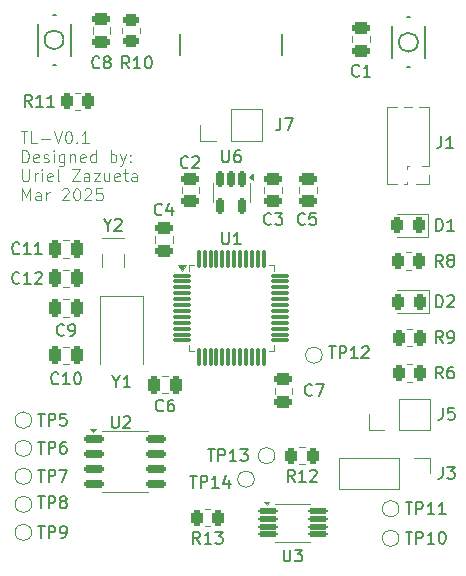
<source format=gto>
%TF.GenerationSoftware,KiCad,Pcbnew,9.0.0*%
%TF.CreationDate,2025-03-17T13:33:28-06:00*%
%TF.ProjectId,TempLog,54656d70-4c6f-4672-9e6b-696361645f70,rev?*%
%TF.SameCoordinates,Original*%
%TF.FileFunction,Legend,Top*%
%TF.FilePolarity,Positive*%
%FSLAX46Y46*%
G04 Gerber Fmt 4.6, Leading zero omitted, Abs format (unit mm)*
G04 Created by KiCad (PCBNEW 9.0.0) date 2025-03-17 13:33:28*
%MOMM*%
%LPD*%
G01*
G04 APERTURE LIST*
G04 Aperture macros list*
%AMRoundRect*
0 Rectangle with rounded corners*
0 $1 Rounding radius*
0 $2 $3 $4 $5 $6 $7 $8 $9 X,Y pos of 4 corners*
0 Add a 4 corners polygon primitive as box body*
4,1,4,$2,$3,$4,$5,$6,$7,$8,$9,$2,$3,0*
0 Add four circle primitives for the rounded corners*
1,1,$1+$1,$2,$3*
1,1,$1+$1,$4,$5*
1,1,$1+$1,$6,$7*
1,1,$1+$1,$8,$9*
0 Add four rect primitives between the rounded corners*
20,1,$1+$1,$2,$3,$4,$5,0*
20,1,$1+$1,$4,$5,$6,$7,0*
20,1,$1+$1,$6,$7,$8,$9,0*
20,1,$1+$1,$8,$9,$2,$3,0*%
G04 Aperture macros list end*
%ADD10C,0.100000*%
%ADD11C,0.150000*%
%ADD12C,0.120000*%
%ADD13C,0.203200*%
%ADD14R,1.700000X1.700000*%
%ADD15O,1.700000X1.700000*%
%ADD16C,1.000000*%
%ADD17RoundRect,0.250000X-0.262500X-0.450000X0.262500X-0.450000X0.262500X0.450000X-0.262500X0.450000X0*%
%ADD18R,0.600000X1.000000*%
%ADD19O,1.000000X1.600000*%
%ADD20O,1.000000X2.100000*%
%ADD21R,0.300000X1.000000*%
%ADD22C,0.650000*%
%ADD23RoundRect,0.075000X-0.075000X-0.662500X0.075000X-0.662500X0.075000X0.662500X-0.075000X0.662500X0*%
%ADD24RoundRect,0.075000X-0.662500X-0.075000X0.662500X-0.075000X0.662500X0.075000X-0.662500X0.075000X0*%
%ADD25RoundRect,0.125000X-0.687500X-0.125000X0.687500X-0.125000X0.687500X0.125000X-0.687500X0.125000X0*%
%ADD26RoundRect,0.250000X-0.475000X0.250000X-0.475000X-0.250000X0.475000X-0.250000X0.475000X0.250000X0*%
%ADD27RoundRect,0.250000X0.450000X-0.262500X0.450000X0.262500X-0.450000X0.262500X-0.450000X-0.262500X0*%
%ADD28R,2.400000X2.000000*%
%ADD29RoundRect,0.250000X0.250000X0.475000X-0.250000X0.475000X-0.250000X-0.475000X0.250000X-0.475000X0*%
%ADD30RoundRect,0.250000X0.262500X0.450000X-0.262500X0.450000X-0.262500X-0.450000X0.262500X-0.450000X0*%
%ADD31R,1.800000X1.000000*%
%ADD32RoundRect,0.250000X0.475000X-0.250000X0.475000X0.250000X-0.475000X0.250000X-0.475000X-0.250000X0*%
%ADD33R,1.000000X0.900000*%
%ADD34RoundRect,0.250000X-0.250000X-0.475000X0.250000X-0.475000X0.250000X0.475000X-0.250000X0.475000X0*%
%ADD35RoundRect,0.150000X-0.675000X-0.150000X0.675000X-0.150000X0.675000X0.150000X-0.675000X0.150000X0*%
%ADD36O,1.000000X1.000000*%
%ADD37R,1.000000X1.000000*%
%ADD38RoundRect,0.243750X0.243750X0.456250X-0.243750X0.456250X-0.243750X-0.456250X0.243750X-0.456250X0*%
%ADD39RoundRect,0.150000X-0.150000X0.512500X-0.150000X-0.512500X0.150000X-0.512500X0.150000X0.512500X0*%
G04 APERTURE END LIST*
D10*
X102161027Y-82042587D02*
X102732455Y-82042587D01*
X102446741Y-83042587D02*
X102446741Y-82042587D01*
X103541979Y-83042587D02*
X103065789Y-83042587D01*
X103065789Y-83042587D02*
X103065789Y-82042587D01*
X103875313Y-82661634D02*
X104637218Y-82661634D01*
X104970551Y-82042587D02*
X105303884Y-83042587D01*
X105303884Y-83042587D02*
X105637217Y-82042587D01*
X106161027Y-82042587D02*
X106256265Y-82042587D01*
X106256265Y-82042587D02*
X106351503Y-82090206D01*
X106351503Y-82090206D02*
X106399122Y-82137825D01*
X106399122Y-82137825D02*
X106446741Y-82233063D01*
X106446741Y-82233063D02*
X106494360Y-82423539D01*
X106494360Y-82423539D02*
X106494360Y-82661634D01*
X106494360Y-82661634D02*
X106446741Y-82852110D01*
X106446741Y-82852110D02*
X106399122Y-82947348D01*
X106399122Y-82947348D02*
X106351503Y-82994968D01*
X106351503Y-82994968D02*
X106256265Y-83042587D01*
X106256265Y-83042587D02*
X106161027Y-83042587D01*
X106161027Y-83042587D02*
X106065789Y-82994968D01*
X106065789Y-82994968D02*
X106018170Y-82947348D01*
X106018170Y-82947348D02*
X105970551Y-82852110D01*
X105970551Y-82852110D02*
X105922932Y-82661634D01*
X105922932Y-82661634D02*
X105922932Y-82423539D01*
X105922932Y-82423539D02*
X105970551Y-82233063D01*
X105970551Y-82233063D02*
X106018170Y-82137825D01*
X106018170Y-82137825D02*
X106065789Y-82090206D01*
X106065789Y-82090206D02*
X106161027Y-82042587D01*
X106922932Y-82947348D02*
X106970551Y-82994968D01*
X106970551Y-82994968D02*
X106922932Y-83042587D01*
X106922932Y-83042587D02*
X106875313Y-82994968D01*
X106875313Y-82994968D02*
X106922932Y-82947348D01*
X106922932Y-82947348D02*
X106922932Y-83042587D01*
X107922931Y-83042587D02*
X107351503Y-83042587D01*
X107637217Y-83042587D02*
X107637217Y-82042587D01*
X107637217Y-82042587D02*
X107541979Y-82185444D01*
X107541979Y-82185444D02*
X107446741Y-82280682D01*
X107446741Y-82280682D02*
X107351503Y-82328301D01*
X102303884Y-84652531D02*
X102303884Y-83652531D01*
X102303884Y-83652531D02*
X102541979Y-83652531D01*
X102541979Y-83652531D02*
X102684836Y-83700150D01*
X102684836Y-83700150D02*
X102780074Y-83795388D01*
X102780074Y-83795388D02*
X102827693Y-83890626D01*
X102827693Y-83890626D02*
X102875312Y-84081102D01*
X102875312Y-84081102D02*
X102875312Y-84223959D01*
X102875312Y-84223959D02*
X102827693Y-84414435D01*
X102827693Y-84414435D02*
X102780074Y-84509673D01*
X102780074Y-84509673D02*
X102684836Y-84604912D01*
X102684836Y-84604912D02*
X102541979Y-84652531D01*
X102541979Y-84652531D02*
X102303884Y-84652531D01*
X103684836Y-84604912D02*
X103589598Y-84652531D01*
X103589598Y-84652531D02*
X103399122Y-84652531D01*
X103399122Y-84652531D02*
X103303884Y-84604912D01*
X103303884Y-84604912D02*
X103256265Y-84509673D01*
X103256265Y-84509673D02*
X103256265Y-84128721D01*
X103256265Y-84128721D02*
X103303884Y-84033483D01*
X103303884Y-84033483D02*
X103399122Y-83985864D01*
X103399122Y-83985864D02*
X103589598Y-83985864D01*
X103589598Y-83985864D02*
X103684836Y-84033483D01*
X103684836Y-84033483D02*
X103732455Y-84128721D01*
X103732455Y-84128721D02*
X103732455Y-84223959D01*
X103732455Y-84223959D02*
X103256265Y-84319197D01*
X104113408Y-84604912D02*
X104208646Y-84652531D01*
X104208646Y-84652531D02*
X104399122Y-84652531D01*
X104399122Y-84652531D02*
X104494360Y-84604912D01*
X104494360Y-84604912D02*
X104541979Y-84509673D01*
X104541979Y-84509673D02*
X104541979Y-84462054D01*
X104541979Y-84462054D02*
X104494360Y-84366816D01*
X104494360Y-84366816D02*
X104399122Y-84319197D01*
X104399122Y-84319197D02*
X104256265Y-84319197D01*
X104256265Y-84319197D02*
X104161027Y-84271578D01*
X104161027Y-84271578D02*
X104113408Y-84176340D01*
X104113408Y-84176340D02*
X104113408Y-84128721D01*
X104113408Y-84128721D02*
X104161027Y-84033483D01*
X104161027Y-84033483D02*
X104256265Y-83985864D01*
X104256265Y-83985864D02*
X104399122Y-83985864D01*
X104399122Y-83985864D02*
X104494360Y-84033483D01*
X104970551Y-84652531D02*
X104970551Y-83985864D01*
X104970551Y-83652531D02*
X104922932Y-83700150D01*
X104922932Y-83700150D02*
X104970551Y-83747769D01*
X104970551Y-83747769D02*
X105018170Y-83700150D01*
X105018170Y-83700150D02*
X104970551Y-83652531D01*
X104970551Y-83652531D02*
X104970551Y-83747769D01*
X105875312Y-83985864D02*
X105875312Y-84795388D01*
X105875312Y-84795388D02*
X105827693Y-84890626D01*
X105827693Y-84890626D02*
X105780074Y-84938245D01*
X105780074Y-84938245D02*
X105684836Y-84985864D01*
X105684836Y-84985864D02*
X105541979Y-84985864D01*
X105541979Y-84985864D02*
X105446741Y-84938245D01*
X105875312Y-84604912D02*
X105780074Y-84652531D01*
X105780074Y-84652531D02*
X105589598Y-84652531D01*
X105589598Y-84652531D02*
X105494360Y-84604912D01*
X105494360Y-84604912D02*
X105446741Y-84557292D01*
X105446741Y-84557292D02*
X105399122Y-84462054D01*
X105399122Y-84462054D02*
X105399122Y-84176340D01*
X105399122Y-84176340D02*
X105446741Y-84081102D01*
X105446741Y-84081102D02*
X105494360Y-84033483D01*
X105494360Y-84033483D02*
X105589598Y-83985864D01*
X105589598Y-83985864D02*
X105780074Y-83985864D01*
X105780074Y-83985864D02*
X105875312Y-84033483D01*
X106351503Y-83985864D02*
X106351503Y-84652531D01*
X106351503Y-84081102D02*
X106399122Y-84033483D01*
X106399122Y-84033483D02*
X106494360Y-83985864D01*
X106494360Y-83985864D02*
X106637217Y-83985864D01*
X106637217Y-83985864D02*
X106732455Y-84033483D01*
X106732455Y-84033483D02*
X106780074Y-84128721D01*
X106780074Y-84128721D02*
X106780074Y-84652531D01*
X107637217Y-84604912D02*
X107541979Y-84652531D01*
X107541979Y-84652531D02*
X107351503Y-84652531D01*
X107351503Y-84652531D02*
X107256265Y-84604912D01*
X107256265Y-84604912D02*
X107208646Y-84509673D01*
X107208646Y-84509673D02*
X107208646Y-84128721D01*
X107208646Y-84128721D02*
X107256265Y-84033483D01*
X107256265Y-84033483D02*
X107351503Y-83985864D01*
X107351503Y-83985864D02*
X107541979Y-83985864D01*
X107541979Y-83985864D02*
X107637217Y-84033483D01*
X107637217Y-84033483D02*
X107684836Y-84128721D01*
X107684836Y-84128721D02*
X107684836Y-84223959D01*
X107684836Y-84223959D02*
X107208646Y-84319197D01*
X108541979Y-84652531D02*
X108541979Y-83652531D01*
X108541979Y-84604912D02*
X108446741Y-84652531D01*
X108446741Y-84652531D02*
X108256265Y-84652531D01*
X108256265Y-84652531D02*
X108161027Y-84604912D01*
X108161027Y-84604912D02*
X108113408Y-84557292D01*
X108113408Y-84557292D02*
X108065789Y-84462054D01*
X108065789Y-84462054D02*
X108065789Y-84176340D01*
X108065789Y-84176340D02*
X108113408Y-84081102D01*
X108113408Y-84081102D02*
X108161027Y-84033483D01*
X108161027Y-84033483D02*
X108256265Y-83985864D01*
X108256265Y-83985864D02*
X108446741Y-83985864D01*
X108446741Y-83985864D02*
X108541979Y-84033483D01*
X109780075Y-84652531D02*
X109780075Y-83652531D01*
X109780075Y-84033483D02*
X109875313Y-83985864D01*
X109875313Y-83985864D02*
X110065789Y-83985864D01*
X110065789Y-83985864D02*
X110161027Y-84033483D01*
X110161027Y-84033483D02*
X110208646Y-84081102D01*
X110208646Y-84081102D02*
X110256265Y-84176340D01*
X110256265Y-84176340D02*
X110256265Y-84462054D01*
X110256265Y-84462054D02*
X110208646Y-84557292D01*
X110208646Y-84557292D02*
X110161027Y-84604912D01*
X110161027Y-84604912D02*
X110065789Y-84652531D01*
X110065789Y-84652531D02*
X109875313Y-84652531D01*
X109875313Y-84652531D02*
X109780075Y-84604912D01*
X110589599Y-83985864D02*
X110827694Y-84652531D01*
X111065789Y-83985864D02*
X110827694Y-84652531D01*
X110827694Y-84652531D02*
X110732456Y-84890626D01*
X110732456Y-84890626D02*
X110684837Y-84938245D01*
X110684837Y-84938245D02*
X110589599Y-84985864D01*
X111446742Y-84557292D02*
X111494361Y-84604912D01*
X111494361Y-84604912D02*
X111446742Y-84652531D01*
X111446742Y-84652531D02*
X111399123Y-84604912D01*
X111399123Y-84604912D02*
X111446742Y-84557292D01*
X111446742Y-84557292D02*
X111446742Y-84652531D01*
X111446742Y-84033483D02*
X111494361Y-84081102D01*
X111494361Y-84081102D02*
X111446742Y-84128721D01*
X111446742Y-84128721D02*
X111399123Y-84081102D01*
X111399123Y-84081102D02*
X111446742Y-84033483D01*
X111446742Y-84033483D02*
X111446742Y-84128721D01*
X102303884Y-85262475D02*
X102303884Y-86071998D01*
X102303884Y-86071998D02*
X102351503Y-86167236D01*
X102351503Y-86167236D02*
X102399122Y-86214856D01*
X102399122Y-86214856D02*
X102494360Y-86262475D01*
X102494360Y-86262475D02*
X102684836Y-86262475D01*
X102684836Y-86262475D02*
X102780074Y-86214856D01*
X102780074Y-86214856D02*
X102827693Y-86167236D01*
X102827693Y-86167236D02*
X102875312Y-86071998D01*
X102875312Y-86071998D02*
X102875312Y-85262475D01*
X103351503Y-86262475D02*
X103351503Y-85595808D01*
X103351503Y-85786284D02*
X103399122Y-85691046D01*
X103399122Y-85691046D02*
X103446741Y-85643427D01*
X103446741Y-85643427D02*
X103541979Y-85595808D01*
X103541979Y-85595808D02*
X103637217Y-85595808D01*
X103970551Y-86262475D02*
X103970551Y-85595808D01*
X103970551Y-85262475D02*
X103922932Y-85310094D01*
X103922932Y-85310094D02*
X103970551Y-85357713D01*
X103970551Y-85357713D02*
X104018170Y-85310094D01*
X104018170Y-85310094D02*
X103970551Y-85262475D01*
X103970551Y-85262475D02*
X103970551Y-85357713D01*
X104827693Y-86214856D02*
X104732455Y-86262475D01*
X104732455Y-86262475D02*
X104541979Y-86262475D01*
X104541979Y-86262475D02*
X104446741Y-86214856D01*
X104446741Y-86214856D02*
X104399122Y-86119617D01*
X104399122Y-86119617D02*
X104399122Y-85738665D01*
X104399122Y-85738665D02*
X104446741Y-85643427D01*
X104446741Y-85643427D02*
X104541979Y-85595808D01*
X104541979Y-85595808D02*
X104732455Y-85595808D01*
X104732455Y-85595808D02*
X104827693Y-85643427D01*
X104827693Y-85643427D02*
X104875312Y-85738665D01*
X104875312Y-85738665D02*
X104875312Y-85833903D01*
X104875312Y-85833903D02*
X104399122Y-85929141D01*
X105446741Y-86262475D02*
X105351503Y-86214856D01*
X105351503Y-86214856D02*
X105303884Y-86119617D01*
X105303884Y-86119617D02*
X105303884Y-85262475D01*
X106494361Y-85262475D02*
X107161027Y-85262475D01*
X107161027Y-85262475D02*
X106494361Y-86262475D01*
X106494361Y-86262475D02*
X107161027Y-86262475D01*
X107970551Y-86262475D02*
X107970551Y-85738665D01*
X107970551Y-85738665D02*
X107922932Y-85643427D01*
X107922932Y-85643427D02*
X107827694Y-85595808D01*
X107827694Y-85595808D02*
X107637218Y-85595808D01*
X107637218Y-85595808D02*
X107541980Y-85643427D01*
X107970551Y-86214856D02*
X107875313Y-86262475D01*
X107875313Y-86262475D02*
X107637218Y-86262475D01*
X107637218Y-86262475D02*
X107541980Y-86214856D01*
X107541980Y-86214856D02*
X107494361Y-86119617D01*
X107494361Y-86119617D02*
X107494361Y-86024379D01*
X107494361Y-86024379D02*
X107541980Y-85929141D01*
X107541980Y-85929141D02*
X107637218Y-85881522D01*
X107637218Y-85881522D02*
X107875313Y-85881522D01*
X107875313Y-85881522D02*
X107970551Y-85833903D01*
X108351504Y-85595808D02*
X108875313Y-85595808D01*
X108875313Y-85595808D02*
X108351504Y-86262475D01*
X108351504Y-86262475D02*
X108875313Y-86262475D01*
X109684837Y-85595808D02*
X109684837Y-86262475D01*
X109256266Y-85595808D02*
X109256266Y-86119617D01*
X109256266Y-86119617D02*
X109303885Y-86214856D01*
X109303885Y-86214856D02*
X109399123Y-86262475D01*
X109399123Y-86262475D02*
X109541980Y-86262475D01*
X109541980Y-86262475D02*
X109637218Y-86214856D01*
X109637218Y-86214856D02*
X109684837Y-86167236D01*
X110541980Y-86214856D02*
X110446742Y-86262475D01*
X110446742Y-86262475D02*
X110256266Y-86262475D01*
X110256266Y-86262475D02*
X110161028Y-86214856D01*
X110161028Y-86214856D02*
X110113409Y-86119617D01*
X110113409Y-86119617D02*
X110113409Y-85738665D01*
X110113409Y-85738665D02*
X110161028Y-85643427D01*
X110161028Y-85643427D02*
X110256266Y-85595808D01*
X110256266Y-85595808D02*
X110446742Y-85595808D01*
X110446742Y-85595808D02*
X110541980Y-85643427D01*
X110541980Y-85643427D02*
X110589599Y-85738665D01*
X110589599Y-85738665D02*
X110589599Y-85833903D01*
X110589599Y-85833903D02*
X110113409Y-85929141D01*
X110875314Y-85595808D02*
X111256266Y-85595808D01*
X111018171Y-85262475D02*
X111018171Y-86119617D01*
X111018171Y-86119617D02*
X111065790Y-86214856D01*
X111065790Y-86214856D02*
X111161028Y-86262475D01*
X111161028Y-86262475D02*
X111256266Y-86262475D01*
X112018171Y-86262475D02*
X112018171Y-85738665D01*
X112018171Y-85738665D02*
X111970552Y-85643427D01*
X111970552Y-85643427D02*
X111875314Y-85595808D01*
X111875314Y-85595808D02*
X111684838Y-85595808D01*
X111684838Y-85595808D02*
X111589600Y-85643427D01*
X112018171Y-86214856D02*
X111922933Y-86262475D01*
X111922933Y-86262475D02*
X111684838Y-86262475D01*
X111684838Y-86262475D02*
X111589600Y-86214856D01*
X111589600Y-86214856D02*
X111541981Y-86119617D01*
X111541981Y-86119617D02*
X111541981Y-86024379D01*
X111541981Y-86024379D02*
X111589600Y-85929141D01*
X111589600Y-85929141D02*
X111684838Y-85881522D01*
X111684838Y-85881522D02*
X111922933Y-85881522D01*
X111922933Y-85881522D02*
X112018171Y-85833903D01*
X102303884Y-87872419D02*
X102303884Y-86872419D01*
X102303884Y-86872419D02*
X102637217Y-87586704D01*
X102637217Y-87586704D02*
X102970550Y-86872419D01*
X102970550Y-86872419D02*
X102970550Y-87872419D01*
X103875312Y-87872419D02*
X103875312Y-87348609D01*
X103875312Y-87348609D02*
X103827693Y-87253371D01*
X103827693Y-87253371D02*
X103732455Y-87205752D01*
X103732455Y-87205752D02*
X103541979Y-87205752D01*
X103541979Y-87205752D02*
X103446741Y-87253371D01*
X103875312Y-87824800D02*
X103780074Y-87872419D01*
X103780074Y-87872419D02*
X103541979Y-87872419D01*
X103541979Y-87872419D02*
X103446741Y-87824800D01*
X103446741Y-87824800D02*
X103399122Y-87729561D01*
X103399122Y-87729561D02*
X103399122Y-87634323D01*
X103399122Y-87634323D02*
X103446741Y-87539085D01*
X103446741Y-87539085D02*
X103541979Y-87491466D01*
X103541979Y-87491466D02*
X103780074Y-87491466D01*
X103780074Y-87491466D02*
X103875312Y-87443847D01*
X104351503Y-87872419D02*
X104351503Y-87205752D01*
X104351503Y-87396228D02*
X104399122Y-87300990D01*
X104399122Y-87300990D02*
X104446741Y-87253371D01*
X104446741Y-87253371D02*
X104541979Y-87205752D01*
X104541979Y-87205752D02*
X104637217Y-87205752D01*
X105684837Y-86967657D02*
X105732456Y-86920038D01*
X105732456Y-86920038D02*
X105827694Y-86872419D01*
X105827694Y-86872419D02*
X106065789Y-86872419D01*
X106065789Y-86872419D02*
X106161027Y-86920038D01*
X106161027Y-86920038D02*
X106208646Y-86967657D01*
X106208646Y-86967657D02*
X106256265Y-87062895D01*
X106256265Y-87062895D02*
X106256265Y-87158133D01*
X106256265Y-87158133D02*
X106208646Y-87300990D01*
X106208646Y-87300990D02*
X105637218Y-87872419D01*
X105637218Y-87872419D02*
X106256265Y-87872419D01*
X106875313Y-86872419D02*
X106970551Y-86872419D01*
X106970551Y-86872419D02*
X107065789Y-86920038D01*
X107065789Y-86920038D02*
X107113408Y-86967657D01*
X107113408Y-86967657D02*
X107161027Y-87062895D01*
X107161027Y-87062895D02*
X107208646Y-87253371D01*
X107208646Y-87253371D02*
X107208646Y-87491466D01*
X107208646Y-87491466D02*
X107161027Y-87681942D01*
X107161027Y-87681942D02*
X107113408Y-87777180D01*
X107113408Y-87777180D02*
X107065789Y-87824800D01*
X107065789Y-87824800D02*
X106970551Y-87872419D01*
X106970551Y-87872419D02*
X106875313Y-87872419D01*
X106875313Y-87872419D02*
X106780075Y-87824800D01*
X106780075Y-87824800D02*
X106732456Y-87777180D01*
X106732456Y-87777180D02*
X106684837Y-87681942D01*
X106684837Y-87681942D02*
X106637218Y-87491466D01*
X106637218Y-87491466D02*
X106637218Y-87253371D01*
X106637218Y-87253371D02*
X106684837Y-87062895D01*
X106684837Y-87062895D02*
X106732456Y-86967657D01*
X106732456Y-86967657D02*
X106780075Y-86920038D01*
X106780075Y-86920038D02*
X106875313Y-86872419D01*
X107589599Y-86967657D02*
X107637218Y-86920038D01*
X107637218Y-86920038D02*
X107732456Y-86872419D01*
X107732456Y-86872419D02*
X107970551Y-86872419D01*
X107970551Y-86872419D02*
X108065789Y-86920038D01*
X108065789Y-86920038D02*
X108113408Y-86967657D01*
X108113408Y-86967657D02*
X108161027Y-87062895D01*
X108161027Y-87062895D02*
X108161027Y-87158133D01*
X108161027Y-87158133D02*
X108113408Y-87300990D01*
X108113408Y-87300990D02*
X107541980Y-87872419D01*
X107541980Y-87872419D02*
X108161027Y-87872419D01*
X109065789Y-86872419D02*
X108589599Y-86872419D01*
X108589599Y-86872419D02*
X108541980Y-87348609D01*
X108541980Y-87348609D02*
X108589599Y-87300990D01*
X108589599Y-87300990D02*
X108684837Y-87253371D01*
X108684837Y-87253371D02*
X108922932Y-87253371D01*
X108922932Y-87253371D02*
X109018170Y-87300990D01*
X109018170Y-87300990D02*
X109065789Y-87348609D01*
X109065789Y-87348609D02*
X109113408Y-87443847D01*
X109113408Y-87443847D02*
X109113408Y-87681942D01*
X109113408Y-87681942D02*
X109065789Y-87777180D01*
X109065789Y-87777180D02*
X109018170Y-87824800D01*
X109018170Y-87824800D02*
X108922932Y-87872419D01*
X108922932Y-87872419D02*
X108684837Y-87872419D01*
X108684837Y-87872419D02*
X108589599Y-87824800D01*
X108589599Y-87824800D02*
X108541980Y-87777180D01*
D11*
X137916666Y-110454819D02*
X137916666Y-111169104D01*
X137916666Y-111169104D02*
X137869047Y-111311961D01*
X137869047Y-111311961D02*
X137773809Y-111407200D01*
X137773809Y-111407200D02*
X137630952Y-111454819D01*
X137630952Y-111454819D02*
X137535714Y-111454819D01*
X138297619Y-110454819D02*
X138916666Y-110454819D01*
X138916666Y-110454819D02*
X138583333Y-110835771D01*
X138583333Y-110835771D02*
X138726190Y-110835771D01*
X138726190Y-110835771D02*
X138821428Y-110883390D01*
X138821428Y-110883390D02*
X138869047Y-110931009D01*
X138869047Y-110931009D02*
X138916666Y-111026247D01*
X138916666Y-111026247D02*
X138916666Y-111264342D01*
X138916666Y-111264342D02*
X138869047Y-111359580D01*
X138869047Y-111359580D02*
X138821428Y-111407200D01*
X138821428Y-111407200D02*
X138726190Y-111454819D01*
X138726190Y-111454819D02*
X138440476Y-111454819D01*
X138440476Y-111454819D02*
X138345238Y-111407200D01*
X138345238Y-111407200D02*
X138297619Y-111359580D01*
X116511905Y-111204819D02*
X117083333Y-111204819D01*
X116797619Y-112204819D02*
X116797619Y-111204819D01*
X117416667Y-112204819D02*
X117416667Y-111204819D01*
X117416667Y-111204819D02*
X117797619Y-111204819D01*
X117797619Y-111204819D02*
X117892857Y-111252438D01*
X117892857Y-111252438D02*
X117940476Y-111300057D01*
X117940476Y-111300057D02*
X117988095Y-111395295D01*
X117988095Y-111395295D02*
X117988095Y-111538152D01*
X117988095Y-111538152D02*
X117940476Y-111633390D01*
X117940476Y-111633390D02*
X117892857Y-111681009D01*
X117892857Y-111681009D02*
X117797619Y-111728628D01*
X117797619Y-111728628D02*
X117416667Y-111728628D01*
X118940476Y-112204819D02*
X118369048Y-112204819D01*
X118654762Y-112204819D02*
X118654762Y-111204819D01*
X118654762Y-111204819D02*
X118559524Y-111347676D01*
X118559524Y-111347676D02*
X118464286Y-111442914D01*
X118464286Y-111442914D02*
X118369048Y-111490533D01*
X119797619Y-111538152D02*
X119797619Y-112204819D01*
X119559524Y-111157200D02*
X119321429Y-111871485D01*
X119321429Y-111871485D02*
X119940476Y-111871485D01*
X118011905Y-108954819D02*
X118583333Y-108954819D01*
X118297619Y-109954819D02*
X118297619Y-108954819D01*
X118916667Y-109954819D02*
X118916667Y-108954819D01*
X118916667Y-108954819D02*
X119297619Y-108954819D01*
X119297619Y-108954819D02*
X119392857Y-109002438D01*
X119392857Y-109002438D02*
X119440476Y-109050057D01*
X119440476Y-109050057D02*
X119488095Y-109145295D01*
X119488095Y-109145295D02*
X119488095Y-109288152D01*
X119488095Y-109288152D02*
X119440476Y-109383390D01*
X119440476Y-109383390D02*
X119392857Y-109431009D01*
X119392857Y-109431009D02*
X119297619Y-109478628D01*
X119297619Y-109478628D02*
X118916667Y-109478628D01*
X120440476Y-109954819D02*
X119869048Y-109954819D01*
X120154762Y-109954819D02*
X120154762Y-108954819D01*
X120154762Y-108954819D02*
X120059524Y-109097676D01*
X120059524Y-109097676D02*
X119964286Y-109192914D01*
X119964286Y-109192914D02*
X119869048Y-109240533D01*
X120773810Y-108954819D02*
X121392857Y-108954819D01*
X121392857Y-108954819D02*
X121059524Y-109335771D01*
X121059524Y-109335771D02*
X121202381Y-109335771D01*
X121202381Y-109335771D02*
X121297619Y-109383390D01*
X121297619Y-109383390D02*
X121345238Y-109431009D01*
X121345238Y-109431009D02*
X121392857Y-109526247D01*
X121392857Y-109526247D02*
X121392857Y-109764342D01*
X121392857Y-109764342D02*
X121345238Y-109859580D01*
X121345238Y-109859580D02*
X121297619Y-109907200D01*
X121297619Y-109907200D02*
X121202381Y-109954819D01*
X121202381Y-109954819D02*
X120916667Y-109954819D01*
X120916667Y-109954819D02*
X120821429Y-109907200D01*
X120821429Y-109907200D02*
X120773810Y-109859580D01*
X117357142Y-116954819D02*
X117023809Y-116478628D01*
X116785714Y-116954819D02*
X116785714Y-115954819D01*
X116785714Y-115954819D02*
X117166666Y-115954819D01*
X117166666Y-115954819D02*
X117261904Y-116002438D01*
X117261904Y-116002438D02*
X117309523Y-116050057D01*
X117309523Y-116050057D02*
X117357142Y-116145295D01*
X117357142Y-116145295D02*
X117357142Y-116288152D01*
X117357142Y-116288152D02*
X117309523Y-116383390D01*
X117309523Y-116383390D02*
X117261904Y-116431009D01*
X117261904Y-116431009D02*
X117166666Y-116478628D01*
X117166666Y-116478628D02*
X116785714Y-116478628D01*
X118309523Y-116954819D02*
X117738095Y-116954819D01*
X118023809Y-116954819D02*
X118023809Y-115954819D01*
X118023809Y-115954819D02*
X117928571Y-116097676D01*
X117928571Y-116097676D02*
X117833333Y-116192914D01*
X117833333Y-116192914D02*
X117738095Y-116240533D01*
X118642857Y-115954819D02*
X119261904Y-115954819D01*
X119261904Y-115954819D02*
X118928571Y-116335771D01*
X118928571Y-116335771D02*
X119071428Y-116335771D01*
X119071428Y-116335771D02*
X119166666Y-116383390D01*
X119166666Y-116383390D02*
X119214285Y-116431009D01*
X119214285Y-116431009D02*
X119261904Y-116526247D01*
X119261904Y-116526247D02*
X119261904Y-116764342D01*
X119261904Y-116764342D02*
X119214285Y-116859580D01*
X119214285Y-116859580D02*
X119166666Y-116907200D01*
X119166666Y-116907200D02*
X119071428Y-116954819D01*
X119071428Y-116954819D02*
X118785714Y-116954819D01*
X118785714Y-116954819D02*
X118690476Y-116907200D01*
X118690476Y-116907200D02*
X118642857Y-116859580D01*
X103638095Y-110704819D02*
X104209523Y-110704819D01*
X103923809Y-111704819D02*
X103923809Y-110704819D01*
X104542857Y-111704819D02*
X104542857Y-110704819D01*
X104542857Y-110704819D02*
X104923809Y-110704819D01*
X104923809Y-110704819D02*
X105019047Y-110752438D01*
X105019047Y-110752438D02*
X105066666Y-110800057D01*
X105066666Y-110800057D02*
X105114285Y-110895295D01*
X105114285Y-110895295D02*
X105114285Y-111038152D01*
X105114285Y-111038152D02*
X105066666Y-111133390D01*
X105066666Y-111133390D02*
X105019047Y-111181009D01*
X105019047Y-111181009D02*
X104923809Y-111228628D01*
X104923809Y-111228628D02*
X104542857Y-111228628D01*
X105447619Y-110704819D02*
X106114285Y-110704819D01*
X106114285Y-110704819D02*
X105685714Y-111704819D01*
X134761905Y-115954819D02*
X135333333Y-115954819D01*
X135047619Y-116954819D02*
X135047619Y-115954819D01*
X135666667Y-116954819D02*
X135666667Y-115954819D01*
X135666667Y-115954819D02*
X136047619Y-115954819D01*
X136047619Y-115954819D02*
X136142857Y-116002438D01*
X136142857Y-116002438D02*
X136190476Y-116050057D01*
X136190476Y-116050057D02*
X136238095Y-116145295D01*
X136238095Y-116145295D02*
X136238095Y-116288152D01*
X136238095Y-116288152D02*
X136190476Y-116383390D01*
X136190476Y-116383390D02*
X136142857Y-116431009D01*
X136142857Y-116431009D02*
X136047619Y-116478628D01*
X136047619Y-116478628D02*
X135666667Y-116478628D01*
X137190476Y-116954819D02*
X136619048Y-116954819D01*
X136904762Y-116954819D02*
X136904762Y-115954819D01*
X136904762Y-115954819D02*
X136809524Y-116097676D01*
X136809524Y-116097676D02*
X136714286Y-116192914D01*
X136714286Y-116192914D02*
X136619048Y-116240533D01*
X137809524Y-115954819D02*
X137904762Y-115954819D01*
X137904762Y-115954819D02*
X138000000Y-116002438D01*
X138000000Y-116002438D02*
X138047619Y-116050057D01*
X138047619Y-116050057D02*
X138095238Y-116145295D01*
X138095238Y-116145295D02*
X138142857Y-116335771D01*
X138142857Y-116335771D02*
X138142857Y-116573866D01*
X138142857Y-116573866D02*
X138095238Y-116764342D01*
X138095238Y-116764342D02*
X138047619Y-116859580D01*
X138047619Y-116859580D02*
X138000000Y-116907200D01*
X138000000Y-116907200D02*
X137904762Y-116954819D01*
X137904762Y-116954819D02*
X137809524Y-116954819D01*
X137809524Y-116954819D02*
X137714286Y-116907200D01*
X137714286Y-116907200D02*
X137666667Y-116859580D01*
X137666667Y-116859580D02*
X137619048Y-116764342D01*
X137619048Y-116764342D02*
X137571429Y-116573866D01*
X137571429Y-116573866D02*
X137571429Y-116335771D01*
X137571429Y-116335771D02*
X137619048Y-116145295D01*
X137619048Y-116145295D02*
X137666667Y-116050057D01*
X137666667Y-116050057D02*
X137714286Y-116002438D01*
X137714286Y-116002438D02*
X137809524Y-115954819D01*
X119238095Y-90604819D02*
X119238095Y-91414342D01*
X119238095Y-91414342D02*
X119285714Y-91509580D01*
X119285714Y-91509580D02*
X119333333Y-91557200D01*
X119333333Y-91557200D02*
X119428571Y-91604819D01*
X119428571Y-91604819D02*
X119619047Y-91604819D01*
X119619047Y-91604819D02*
X119714285Y-91557200D01*
X119714285Y-91557200D02*
X119761904Y-91509580D01*
X119761904Y-91509580D02*
X119809523Y-91414342D01*
X119809523Y-91414342D02*
X119809523Y-90604819D01*
X120809523Y-91604819D02*
X120238095Y-91604819D01*
X120523809Y-91604819D02*
X120523809Y-90604819D01*
X120523809Y-90604819D02*
X120428571Y-90747676D01*
X120428571Y-90747676D02*
X120333333Y-90842914D01*
X120333333Y-90842914D02*
X120238095Y-90890533D01*
X128261905Y-100254819D02*
X128833333Y-100254819D01*
X128547619Y-101254819D02*
X128547619Y-100254819D01*
X129166667Y-101254819D02*
X129166667Y-100254819D01*
X129166667Y-100254819D02*
X129547619Y-100254819D01*
X129547619Y-100254819D02*
X129642857Y-100302438D01*
X129642857Y-100302438D02*
X129690476Y-100350057D01*
X129690476Y-100350057D02*
X129738095Y-100445295D01*
X129738095Y-100445295D02*
X129738095Y-100588152D01*
X129738095Y-100588152D02*
X129690476Y-100683390D01*
X129690476Y-100683390D02*
X129642857Y-100731009D01*
X129642857Y-100731009D02*
X129547619Y-100778628D01*
X129547619Y-100778628D02*
X129166667Y-100778628D01*
X130690476Y-101254819D02*
X130119048Y-101254819D01*
X130404762Y-101254819D02*
X130404762Y-100254819D01*
X130404762Y-100254819D02*
X130309524Y-100397676D01*
X130309524Y-100397676D02*
X130214286Y-100492914D01*
X130214286Y-100492914D02*
X130119048Y-100540533D01*
X131071429Y-100350057D02*
X131119048Y-100302438D01*
X131119048Y-100302438D02*
X131214286Y-100254819D01*
X131214286Y-100254819D02*
X131452381Y-100254819D01*
X131452381Y-100254819D02*
X131547619Y-100302438D01*
X131547619Y-100302438D02*
X131595238Y-100350057D01*
X131595238Y-100350057D02*
X131642857Y-100445295D01*
X131642857Y-100445295D02*
X131642857Y-100540533D01*
X131642857Y-100540533D02*
X131595238Y-100683390D01*
X131595238Y-100683390D02*
X131023810Y-101254819D01*
X131023810Y-101254819D02*
X131642857Y-101254819D01*
X124438095Y-117454819D02*
X124438095Y-118264342D01*
X124438095Y-118264342D02*
X124485714Y-118359580D01*
X124485714Y-118359580D02*
X124533333Y-118407200D01*
X124533333Y-118407200D02*
X124628571Y-118454819D01*
X124628571Y-118454819D02*
X124819047Y-118454819D01*
X124819047Y-118454819D02*
X124914285Y-118407200D01*
X124914285Y-118407200D02*
X124961904Y-118359580D01*
X124961904Y-118359580D02*
X125009523Y-118264342D01*
X125009523Y-118264342D02*
X125009523Y-117454819D01*
X125390476Y-117454819D02*
X126009523Y-117454819D01*
X126009523Y-117454819D02*
X125676190Y-117835771D01*
X125676190Y-117835771D02*
X125819047Y-117835771D01*
X125819047Y-117835771D02*
X125914285Y-117883390D01*
X125914285Y-117883390D02*
X125961904Y-117931009D01*
X125961904Y-117931009D02*
X126009523Y-118026247D01*
X126009523Y-118026247D02*
X126009523Y-118264342D01*
X126009523Y-118264342D02*
X125961904Y-118359580D01*
X125961904Y-118359580D02*
X125914285Y-118407200D01*
X125914285Y-118407200D02*
X125819047Y-118454819D01*
X125819047Y-118454819D02*
X125533333Y-118454819D01*
X125533333Y-118454819D02*
X125438095Y-118407200D01*
X125438095Y-118407200D02*
X125390476Y-118359580D01*
X130833333Y-77309580D02*
X130785714Y-77357200D01*
X130785714Y-77357200D02*
X130642857Y-77404819D01*
X130642857Y-77404819D02*
X130547619Y-77404819D01*
X130547619Y-77404819D02*
X130404762Y-77357200D01*
X130404762Y-77357200D02*
X130309524Y-77261961D01*
X130309524Y-77261961D02*
X130261905Y-77166723D01*
X130261905Y-77166723D02*
X130214286Y-76976247D01*
X130214286Y-76976247D02*
X130214286Y-76833390D01*
X130214286Y-76833390D02*
X130261905Y-76642914D01*
X130261905Y-76642914D02*
X130309524Y-76547676D01*
X130309524Y-76547676D02*
X130404762Y-76452438D01*
X130404762Y-76452438D02*
X130547619Y-76404819D01*
X130547619Y-76404819D02*
X130642857Y-76404819D01*
X130642857Y-76404819D02*
X130785714Y-76452438D01*
X130785714Y-76452438D02*
X130833333Y-76500057D01*
X131785714Y-77404819D02*
X131214286Y-77404819D01*
X131500000Y-77404819D02*
X131500000Y-76404819D01*
X131500000Y-76404819D02*
X131404762Y-76547676D01*
X131404762Y-76547676D02*
X131309524Y-76642914D01*
X131309524Y-76642914D02*
X131214286Y-76690533D01*
X116333333Y-85059580D02*
X116285714Y-85107200D01*
X116285714Y-85107200D02*
X116142857Y-85154819D01*
X116142857Y-85154819D02*
X116047619Y-85154819D01*
X116047619Y-85154819D02*
X115904762Y-85107200D01*
X115904762Y-85107200D02*
X115809524Y-85011961D01*
X115809524Y-85011961D02*
X115761905Y-84916723D01*
X115761905Y-84916723D02*
X115714286Y-84726247D01*
X115714286Y-84726247D02*
X115714286Y-84583390D01*
X115714286Y-84583390D02*
X115761905Y-84392914D01*
X115761905Y-84392914D02*
X115809524Y-84297676D01*
X115809524Y-84297676D02*
X115904762Y-84202438D01*
X115904762Y-84202438D02*
X116047619Y-84154819D01*
X116047619Y-84154819D02*
X116142857Y-84154819D01*
X116142857Y-84154819D02*
X116285714Y-84202438D01*
X116285714Y-84202438D02*
X116333333Y-84250057D01*
X116714286Y-84250057D02*
X116761905Y-84202438D01*
X116761905Y-84202438D02*
X116857143Y-84154819D01*
X116857143Y-84154819D02*
X117095238Y-84154819D01*
X117095238Y-84154819D02*
X117190476Y-84202438D01*
X117190476Y-84202438D02*
X117238095Y-84250057D01*
X117238095Y-84250057D02*
X117285714Y-84345295D01*
X117285714Y-84345295D02*
X117285714Y-84440533D01*
X117285714Y-84440533D02*
X117238095Y-84583390D01*
X117238095Y-84583390D02*
X116666667Y-85154819D01*
X116666667Y-85154819D02*
X117285714Y-85154819D01*
X111357142Y-76704819D02*
X111023809Y-76228628D01*
X110785714Y-76704819D02*
X110785714Y-75704819D01*
X110785714Y-75704819D02*
X111166666Y-75704819D01*
X111166666Y-75704819D02*
X111261904Y-75752438D01*
X111261904Y-75752438D02*
X111309523Y-75800057D01*
X111309523Y-75800057D02*
X111357142Y-75895295D01*
X111357142Y-75895295D02*
X111357142Y-76038152D01*
X111357142Y-76038152D02*
X111309523Y-76133390D01*
X111309523Y-76133390D02*
X111261904Y-76181009D01*
X111261904Y-76181009D02*
X111166666Y-76228628D01*
X111166666Y-76228628D02*
X110785714Y-76228628D01*
X112309523Y-76704819D02*
X111738095Y-76704819D01*
X112023809Y-76704819D02*
X112023809Y-75704819D01*
X112023809Y-75704819D02*
X111928571Y-75847676D01*
X111928571Y-75847676D02*
X111833333Y-75942914D01*
X111833333Y-75942914D02*
X111738095Y-75990533D01*
X112928571Y-75704819D02*
X113023809Y-75704819D01*
X113023809Y-75704819D02*
X113119047Y-75752438D01*
X113119047Y-75752438D02*
X113166666Y-75800057D01*
X113166666Y-75800057D02*
X113214285Y-75895295D01*
X113214285Y-75895295D02*
X113261904Y-76085771D01*
X113261904Y-76085771D02*
X113261904Y-76323866D01*
X113261904Y-76323866D02*
X113214285Y-76514342D01*
X113214285Y-76514342D02*
X113166666Y-76609580D01*
X113166666Y-76609580D02*
X113119047Y-76657200D01*
X113119047Y-76657200D02*
X113023809Y-76704819D01*
X113023809Y-76704819D02*
X112928571Y-76704819D01*
X112928571Y-76704819D02*
X112833333Y-76657200D01*
X112833333Y-76657200D02*
X112785714Y-76609580D01*
X112785714Y-76609580D02*
X112738095Y-76514342D01*
X112738095Y-76514342D02*
X112690476Y-76323866D01*
X112690476Y-76323866D02*
X112690476Y-76085771D01*
X112690476Y-76085771D02*
X112738095Y-75895295D01*
X112738095Y-75895295D02*
X112785714Y-75800057D01*
X112785714Y-75800057D02*
X112833333Y-75752438D01*
X112833333Y-75752438D02*
X112928571Y-75704819D01*
X110273809Y-103228628D02*
X110273809Y-103704819D01*
X109940476Y-102704819D02*
X110273809Y-103228628D01*
X110273809Y-103228628D02*
X110607142Y-102704819D01*
X111464285Y-103704819D02*
X110892857Y-103704819D01*
X111178571Y-103704819D02*
X111178571Y-102704819D01*
X111178571Y-102704819D02*
X111083333Y-102847676D01*
X111083333Y-102847676D02*
X110988095Y-102942914D01*
X110988095Y-102942914D02*
X110892857Y-102990533D01*
X126833333Y-104359580D02*
X126785714Y-104407200D01*
X126785714Y-104407200D02*
X126642857Y-104454819D01*
X126642857Y-104454819D02*
X126547619Y-104454819D01*
X126547619Y-104454819D02*
X126404762Y-104407200D01*
X126404762Y-104407200D02*
X126309524Y-104311961D01*
X126309524Y-104311961D02*
X126261905Y-104216723D01*
X126261905Y-104216723D02*
X126214286Y-104026247D01*
X126214286Y-104026247D02*
X126214286Y-103883390D01*
X126214286Y-103883390D02*
X126261905Y-103692914D01*
X126261905Y-103692914D02*
X126309524Y-103597676D01*
X126309524Y-103597676D02*
X126404762Y-103502438D01*
X126404762Y-103502438D02*
X126547619Y-103454819D01*
X126547619Y-103454819D02*
X126642857Y-103454819D01*
X126642857Y-103454819D02*
X126785714Y-103502438D01*
X126785714Y-103502438D02*
X126833333Y-103550057D01*
X127166667Y-103454819D02*
X127833333Y-103454819D01*
X127833333Y-103454819D02*
X127404762Y-104454819D01*
X102057142Y-94859580D02*
X102009523Y-94907200D01*
X102009523Y-94907200D02*
X101866666Y-94954819D01*
X101866666Y-94954819D02*
X101771428Y-94954819D01*
X101771428Y-94954819D02*
X101628571Y-94907200D01*
X101628571Y-94907200D02*
X101533333Y-94811961D01*
X101533333Y-94811961D02*
X101485714Y-94716723D01*
X101485714Y-94716723D02*
X101438095Y-94526247D01*
X101438095Y-94526247D02*
X101438095Y-94383390D01*
X101438095Y-94383390D02*
X101485714Y-94192914D01*
X101485714Y-94192914D02*
X101533333Y-94097676D01*
X101533333Y-94097676D02*
X101628571Y-94002438D01*
X101628571Y-94002438D02*
X101771428Y-93954819D01*
X101771428Y-93954819D02*
X101866666Y-93954819D01*
X101866666Y-93954819D02*
X102009523Y-94002438D01*
X102009523Y-94002438D02*
X102057142Y-94050057D01*
X103009523Y-94954819D02*
X102438095Y-94954819D01*
X102723809Y-94954819D02*
X102723809Y-93954819D01*
X102723809Y-93954819D02*
X102628571Y-94097676D01*
X102628571Y-94097676D02*
X102533333Y-94192914D01*
X102533333Y-94192914D02*
X102438095Y-94240533D01*
X103390476Y-94050057D02*
X103438095Y-94002438D01*
X103438095Y-94002438D02*
X103533333Y-93954819D01*
X103533333Y-93954819D02*
X103771428Y-93954819D01*
X103771428Y-93954819D02*
X103866666Y-94002438D01*
X103866666Y-94002438D02*
X103914285Y-94050057D01*
X103914285Y-94050057D02*
X103961904Y-94145295D01*
X103961904Y-94145295D02*
X103961904Y-94240533D01*
X103961904Y-94240533D02*
X103914285Y-94383390D01*
X103914285Y-94383390D02*
X103342857Y-94954819D01*
X103342857Y-94954819D02*
X103961904Y-94954819D01*
X103638095Y-115454819D02*
X104209523Y-115454819D01*
X103923809Y-116454819D02*
X103923809Y-115454819D01*
X104542857Y-116454819D02*
X104542857Y-115454819D01*
X104542857Y-115454819D02*
X104923809Y-115454819D01*
X104923809Y-115454819D02*
X105019047Y-115502438D01*
X105019047Y-115502438D02*
X105066666Y-115550057D01*
X105066666Y-115550057D02*
X105114285Y-115645295D01*
X105114285Y-115645295D02*
X105114285Y-115788152D01*
X105114285Y-115788152D02*
X105066666Y-115883390D01*
X105066666Y-115883390D02*
X105019047Y-115931009D01*
X105019047Y-115931009D02*
X104923809Y-115978628D01*
X104923809Y-115978628D02*
X104542857Y-115978628D01*
X105590476Y-116454819D02*
X105780952Y-116454819D01*
X105780952Y-116454819D02*
X105876190Y-116407200D01*
X105876190Y-116407200D02*
X105923809Y-116359580D01*
X105923809Y-116359580D02*
X106019047Y-116216723D01*
X106019047Y-116216723D02*
X106066666Y-116026247D01*
X106066666Y-116026247D02*
X106066666Y-115645295D01*
X106066666Y-115645295D02*
X106019047Y-115550057D01*
X106019047Y-115550057D02*
X105971428Y-115502438D01*
X105971428Y-115502438D02*
X105876190Y-115454819D01*
X105876190Y-115454819D02*
X105685714Y-115454819D01*
X105685714Y-115454819D02*
X105590476Y-115502438D01*
X105590476Y-115502438D02*
X105542857Y-115550057D01*
X105542857Y-115550057D02*
X105495238Y-115645295D01*
X105495238Y-115645295D02*
X105495238Y-115883390D01*
X105495238Y-115883390D02*
X105542857Y-115978628D01*
X105542857Y-115978628D02*
X105590476Y-116026247D01*
X105590476Y-116026247D02*
X105685714Y-116073866D01*
X105685714Y-116073866D02*
X105876190Y-116073866D01*
X105876190Y-116073866D02*
X105971428Y-116026247D01*
X105971428Y-116026247D02*
X106019047Y-115978628D01*
X106019047Y-115978628D02*
X106066666Y-115883390D01*
X137915833Y-102954819D02*
X137582500Y-102478628D01*
X137344405Y-102954819D02*
X137344405Y-101954819D01*
X137344405Y-101954819D02*
X137725357Y-101954819D01*
X137725357Y-101954819D02*
X137820595Y-102002438D01*
X137820595Y-102002438D02*
X137868214Y-102050057D01*
X137868214Y-102050057D02*
X137915833Y-102145295D01*
X137915833Y-102145295D02*
X137915833Y-102288152D01*
X137915833Y-102288152D02*
X137868214Y-102383390D01*
X137868214Y-102383390D02*
X137820595Y-102431009D01*
X137820595Y-102431009D02*
X137725357Y-102478628D01*
X137725357Y-102478628D02*
X137344405Y-102478628D01*
X138772976Y-101954819D02*
X138582500Y-101954819D01*
X138582500Y-101954819D02*
X138487262Y-102002438D01*
X138487262Y-102002438D02*
X138439643Y-102050057D01*
X138439643Y-102050057D02*
X138344405Y-102192914D01*
X138344405Y-102192914D02*
X138296786Y-102383390D01*
X138296786Y-102383390D02*
X138296786Y-102764342D01*
X138296786Y-102764342D02*
X138344405Y-102859580D01*
X138344405Y-102859580D02*
X138392024Y-102907200D01*
X138392024Y-102907200D02*
X138487262Y-102954819D01*
X138487262Y-102954819D02*
X138677738Y-102954819D01*
X138677738Y-102954819D02*
X138772976Y-102907200D01*
X138772976Y-102907200D02*
X138820595Y-102859580D01*
X138820595Y-102859580D02*
X138868214Y-102764342D01*
X138868214Y-102764342D02*
X138868214Y-102526247D01*
X138868214Y-102526247D02*
X138820595Y-102431009D01*
X138820595Y-102431009D02*
X138772976Y-102383390D01*
X138772976Y-102383390D02*
X138677738Y-102335771D01*
X138677738Y-102335771D02*
X138487262Y-102335771D01*
X138487262Y-102335771D02*
X138392024Y-102383390D01*
X138392024Y-102383390D02*
X138344405Y-102431009D01*
X138344405Y-102431009D02*
X138296786Y-102526247D01*
X103638095Y-108329819D02*
X104209523Y-108329819D01*
X103923809Y-109329819D02*
X103923809Y-108329819D01*
X104542857Y-109329819D02*
X104542857Y-108329819D01*
X104542857Y-108329819D02*
X104923809Y-108329819D01*
X104923809Y-108329819D02*
X105019047Y-108377438D01*
X105019047Y-108377438D02*
X105066666Y-108425057D01*
X105066666Y-108425057D02*
X105114285Y-108520295D01*
X105114285Y-108520295D02*
X105114285Y-108663152D01*
X105114285Y-108663152D02*
X105066666Y-108758390D01*
X105066666Y-108758390D02*
X105019047Y-108806009D01*
X105019047Y-108806009D02*
X104923809Y-108853628D01*
X104923809Y-108853628D02*
X104542857Y-108853628D01*
X105971428Y-108329819D02*
X105780952Y-108329819D01*
X105780952Y-108329819D02*
X105685714Y-108377438D01*
X105685714Y-108377438D02*
X105638095Y-108425057D01*
X105638095Y-108425057D02*
X105542857Y-108567914D01*
X105542857Y-108567914D02*
X105495238Y-108758390D01*
X105495238Y-108758390D02*
X105495238Y-109139342D01*
X105495238Y-109139342D02*
X105542857Y-109234580D01*
X105542857Y-109234580D02*
X105590476Y-109282200D01*
X105590476Y-109282200D02*
X105685714Y-109329819D01*
X105685714Y-109329819D02*
X105876190Y-109329819D01*
X105876190Y-109329819D02*
X105971428Y-109282200D01*
X105971428Y-109282200D02*
X106019047Y-109234580D01*
X106019047Y-109234580D02*
X106066666Y-109139342D01*
X106066666Y-109139342D02*
X106066666Y-108901247D01*
X106066666Y-108901247D02*
X106019047Y-108806009D01*
X106019047Y-108806009D02*
X105971428Y-108758390D01*
X105971428Y-108758390D02*
X105876190Y-108710771D01*
X105876190Y-108710771D02*
X105685714Y-108710771D01*
X105685714Y-108710771D02*
X105590476Y-108758390D01*
X105590476Y-108758390D02*
X105542857Y-108806009D01*
X105542857Y-108806009D02*
X105495238Y-108901247D01*
X103638095Y-105954819D02*
X104209523Y-105954819D01*
X103923809Y-106954819D02*
X103923809Y-105954819D01*
X104542857Y-106954819D02*
X104542857Y-105954819D01*
X104542857Y-105954819D02*
X104923809Y-105954819D01*
X104923809Y-105954819D02*
X105019047Y-106002438D01*
X105019047Y-106002438D02*
X105066666Y-106050057D01*
X105066666Y-106050057D02*
X105114285Y-106145295D01*
X105114285Y-106145295D02*
X105114285Y-106288152D01*
X105114285Y-106288152D02*
X105066666Y-106383390D01*
X105066666Y-106383390D02*
X105019047Y-106431009D01*
X105019047Y-106431009D02*
X104923809Y-106478628D01*
X104923809Y-106478628D02*
X104542857Y-106478628D01*
X106019047Y-105954819D02*
X105542857Y-105954819D01*
X105542857Y-105954819D02*
X105495238Y-106431009D01*
X105495238Y-106431009D02*
X105542857Y-106383390D01*
X105542857Y-106383390D02*
X105638095Y-106335771D01*
X105638095Y-106335771D02*
X105876190Y-106335771D01*
X105876190Y-106335771D02*
X105971428Y-106383390D01*
X105971428Y-106383390D02*
X106019047Y-106431009D01*
X106019047Y-106431009D02*
X106066666Y-106526247D01*
X106066666Y-106526247D02*
X106066666Y-106764342D01*
X106066666Y-106764342D02*
X106019047Y-106859580D01*
X106019047Y-106859580D02*
X105971428Y-106907200D01*
X105971428Y-106907200D02*
X105876190Y-106954819D01*
X105876190Y-106954819D02*
X105638095Y-106954819D01*
X105638095Y-106954819D02*
X105542857Y-106907200D01*
X105542857Y-106907200D02*
X105495238Y-106859580D01*
X109523809Y-89978628D02*
X109523809Y-90454819D01*
X109190476Y-89454819D02*
X109523809Y-89978628D01*
X109523809Y-89978628D02*
X109857142Y-89454819D01*
X110142857Y-89550057D02*
X110190476Y-89502438D01*
X110190476Y-89502438D02*
X110285714Y-89454819D01*
X110285714Y-89454819D02*
X110523809Y-89454819D01*
X110523809Y-89454819D02*
X110619047Y-89502438D01*
X110619047Y-89502438D02*
X110666666Y-89550057D01*
X110666666Y-89550057D02*
X110714285Y-89645295D01*
X110714285Y-89645295D02*
X110714285Y-89740533D01*
X110714285Y-89740533D02*
X110666666Y-89883390D01*
X110666666Y-89883390D02*
X110095238Y-90454819D01*
X110095238Y-90454819D02*
X110714285Y-90454819D01*
X102057142Y-92359580D02*
X102009523Y-92407200D01*
X102009523Y-92407200D02*
X101866666Y-92454819D01*
X101866666Y-92454819D02*
X101771428Y-92454819D01*
X101771428Y-92454819D02*
X101628571Y-92407200D01*
X101628571Y-92407200D02*
X101533333Y-92311961D01*
X101533333Y-92311961D02*
X101485714Y-92216723D01*
X101485714Y-92216723D02*
X101438095Y-92026247D01*
X101438095Y-92026247D02*
X101438095Y-91883390D01*
X101438095Y-91883390D02*
X101485714Y-91692914D01*
X101485714Y-91692914D02*
X101533333Y-91597676D01*
X101533333Y-91597676D02*
X101628571Y-91502438D01*
X101628571Y-91502438D02*
X101771428Y-91454819D01*
X101771428Y-91454819D02*
X101866666Y-91454819D01*
X101866666Y-91454819D02*
X102009523Y-91502438D01*
X102009523Y-91502438D02*
X102057142Y-91550057D01*
X103009523Y-92454819D02*
X102438095Y-92454819D01*
X102723809Y-92454819D02*
X102723809Y-91454819D01*
X102723809Y-91454819D02*
X102628571Y-91597676D01*
X102628571Y-91597676D02*
X102533333Y-91692914D01*
X102533333Y-91692914D02*
X102438095Y-91740533D01*
X103961904Y-92454819D02*
X103390476Y-92454819D01*
X103676190Y-92454819D02*
X103676190Y-91454819D01*
X103676190Y-91454819D02*
X103580952Y-91597676D01*
X103580952Y-91597676D02*
X103485714Y-91692914D01*
X103485714Y-91692914D02*
X103390476Y-91740533D01*
X103638095Y-112954819D02*
X104209523Y-112954819D01*
X103923809Y-113954819D02*
X103923809Y-112954819D01*
X104542857Y-113954819D02*
X104542857Y-112954819D01*
X104542857Y-112954819D02*
X104923809Y-112954819D01*
X104923809Y-112954819D02*
X105019047Y-113002438D01*
X105019047Y-113002438D02*
X105066666Y-113050057D01*
X105066666Y-113050057D02*
X105114285Y-113145295D01*
X105114285Y-113145295D02*
X105114285Y-113288152D01*
X105114285Y-113288152D02*
X105066666Y-113383390D01*
X105066666Y-113383390D02*
X105019047Y-113431009D01*
X105019047Y-113431009D02*
X104923809Y-113478628D01*
X104923809Y-113478628D02*
X104542857Y-113478628D01*
X105685714Y-113383390D02*
X105590476Y-113335771D01*
X105590476Y-113335771D02*
X105542857Y-113288152D01*
X105542857Y-113288152D02*
X105495238Y-113192914D01*
X105495238Y-113192914D02*
X105495238Y-113145295D01*
X105495238Y-113145295D02*
X105542857Y-113050057D01*
X105542857Y-113050057D02*
X105590476Y-113002438D01*
X105590476Y-113002438D02*
X105685714Y-112954819D01*
X105685714Y-112954819D02*
X105876190Y-112954819D01*
X105876190Y-112954819D02*
X105971428Y-113002438D01*
X105971428Y-113002438D02*
X106019047Y-113050057D01*
X106019047Y-113050057D02*
X106066666Y-113145295D01*
X106066666Y-113145295D02*
X106066666Y-113192914D01*
X106066666Y-113192914D02*
X106019047Y-113288152D01*
X106019047Y-113288152D02*
X105971428Y-113335771D01*
X105971428Y-113335771D02*
X105876190Y-113383390D01*
X105876190Y-113383390D02*
X105685714Y-113383390D01*
X105685714Y-113383390D02*
X105590476Y-113431009D01*
X105590476Y-113431009D02*
X105542857Y-113478628D01*
X105542857Y-113478628D02*
X105495238Y-113573866D01*
X105495238Y-113573866D02*
X105495238Y-113764342D01*
X105495238Y-113764342D02*
X105542857Y-113859580D01*
X105542857Y-113859580D02*
X105590476Y-113907200D01*
X105590476Y-113907200D02*
X105685714Y-113954819D01*
X105685714Y-113954819D02*
X105876190Y-113954819D01*
X105876190Y-113954819D02*
X105971428Y-113907200D01*
X105971428Y-113907200D02*
X106019047Y-113859580D01*
X106019047Y-113859580D02*
X106066666Y-113764342D01*
X106066666Y-113764342D02*
X106066666Y-113573866D01*
X106066666Y-113573866D02*
X106019047Y-113478628D01*
X106019047Y-113478628D02*
X105971428Y-113431009D01*
X105971428Y-113431009D02*
X105876190Y-113383390D01*
X105833333Y-99259580D02*
X105785714Y-99307200D01*
X105785714Y-99307200D02*
X105642857Y-99354819D01*
X105642857Y-99354819D02*
X105547619Y-99354819D01*
X105547619Y-99354819D02*
X105404762Y-99307200D01*
X105404762Y-99307200D02*
X105309524Y-99211961D01*
X105309524Y-99211961D02*
X105261905Y-99116723D01*
X105261905Y-99116723D02*
X105214286Y-98926247D01*
X105214286Y-98926247D02*
X105214286Y-98783390D01*
X105214286Y-98783390D02*
X105261905Y-98592914D01*
X105261905Y-98592914D02*
X105309524Y-98497676D01*
X105309524Y-98497676D02*
X105404762Y-98402438D01*
X105404762Y-98402438D02*
X105547619Y-98354819D01*
X105547619Y-98354819D02*
X105642857Y-98354819D01*
X105642857Y-98354819D02*
X105785714Y-98402438D01*
X105785714Y-98402438D02*
X105833333Y-98450057D01*
X106309524Y-99354819D02*
X106500000Y-99354819D01*
X106500000Y-99354819D02*
X106595238Y-99307200D01*
X106595238Y-99307200D02*
X106642857Y-99259580D01*
X106642857Y-99259580D02*
X106738095Y-99116723D01*
X106738095Y-99116723D02*
X106785714Y-98926247D01*
X106785714Y-98926247D02*
X106785714Y-98545295D01*
X106785714Y-98545295D02*
X106738095Y-98450057D01*
X106738095Y-98450057D02*
X106690476Y-98402438D01*
X106690476Y-98402438D02*
X106595238Y-98354819D01*
X106595238Y-98354819D02*
X106404762Y-98354819D01*
X106404762Y-98354819D02*
X106309524Y-98402438D01*
X106309524Y-98402438D02*
X106261905Y-98450057D01*
X106261905Y-98450057D02*
X106214286Y-98545295D01*
X106214286Y-98545295D02*
X106214286Y-98783390D01*
X106214286Y-98783390D02*
X106261905Y-98878628D01*
X106261905Y-98878628D02*
X106309524Y-98926247D01*
X106309524Y-98926247D02*
X106404762Y-98973866D01*
X106404762Y-98973866D02*
X106595238Y-98973866D01*
X106595238Y-98973866D02*
X106690476Y-98926247D01*
X106690476Y-98926247D02*
X106738095Y-98878628D01*
X106738095Y-98878628D02*
X106785714Y-98783390D01*
X126233333Y-89859580D02*
X126185714Y-89907200D01*
X126185714Y-89907200D02*
X126042857Y-89954819D01*
X126042857Y-89954819D02*
X125947619Y-89954819D01*
X125947619Y-89954819D02*
X125804762Y-89907200D01*
X125804762Y-89907200D02*
X125709524Y-89811961D01*
X125709524Y-89811961D02*
X125661905Y-89716723D01*
X125661905Y-89716723D02*
X125614286Y-89526247D01*
X125614286Y-89526247D02*
X125614286Y-89383390D01*
X125614286Y-89383390D02*
X125661905Y-89192914D01*
X125661905Y-89192914D02*
X125709524Y-89097676D01*
X125709524Y-89097676D02*
X125804762Y-89002438D01*
X125804762Y-89002438D02*
X125947619Y-88954819D01*
X125947619Y-88954819D02*
X126042857Y-88954819D01*
X126042857Y-88954819D02*
X126185714Y-89002438D01*
X126185714Y-89002438D02*
X126233333Y-89050057D01*
X127138095Y-88954819D02*
X126661905Y-88954819D01*
X126661905Y-88954819D02*
X126614286Y-89431009D01*
X126614286Y-89431009D02*
X126661905Y-89383390D01*
X126661905Y-89383390D02*
X126757143Y-89335771D01*
X126757143Y-89335771D02*
X126995238Y-89335771D01*
X126995238Y-89335771D02*
X127090476Y-89383390D01*
X127090476Y-89383390D02*
X127138095Y-89431009D01*
X127138095Y-89431009D02*
X127185714Y-89526247D01*
X127185714Y-89526247D02*
X127185714Y-89764342D01*
X127185714Y-89764342D02*
X127138095Y-89859580D01*
X127138095Y-89859580D02*
X127090476Y-89907200D01*
X127090476Y-89907200D02*
X126995238Y-89954819D01*
X126995238Y-89954819D02*
X126757143Y-89954819D01*
X126757143Y-89954819D02*
X126661905Y-89907200D01*
X126661905Y-89907200D02*
X126614286Y-89859580D01*
X103107142Y-79954819D02*
X102773809Y-79478628D01*
X102535714Y-79954819D02*
X102535714Y-78954819D01*
X102535714Y-78954819D02*
X102916666Y-78954819D01*
X102916666Y-78954819D02*
X103011904Y-79002438D01*
X103011904Y-79002438D02*
X103059523Y-79050057D01*
X103059523Y-79050057D02*
X103107142Y-79145295D01*
X103107142Y-79145295D02*
X103107142Y-79288152D01*
X103107142Y-79288152D02*
X103059523Y-79383390D01*
X103059523Y-79383390D02*
X103011904Y-79431009D01*
X103011904Y-79431009D02*
X102916666Y-79478628D01*
X102916666Y-79478628D02*
X102535714Y-79478628D01*
X104059523Y-79954819D02*
X103488095Y-79954819D01*
X103773809Y-79954819D02*
X103773809Y-78954819D01*
X103773809Y-78954819D02*
X103678571Y-79097676D01*
X103678571Y-79097676D02*
X103583333Y-79192914D01*
X103583333Y-79192914D02*
X103488095Y-79240533D01*
X105011904Y-79954819D02*
X104440476Y-79954819D01*
X104726190Y-79954819D02*
X104726190Y-78954819D01*
X104726190Y-78954819D02*
X104630952Y-79097676D01*
X104630952Y-79097676D02*
X104535714Y-79192914D01*
X104535714Y-79192914D02*
X104440476Y-79240533D01*
X123383333Y-89859580D02*
X123335714Y-89907200D01*
X123335714Y-89907200D02*
X123192857Y-89954819D01*
X123192857Y-89954819D02*
X123097619Y-89954819D01*
X123097619Y-89954819D02*
X122954762Y-89907200D01*
X122954762Y-89907200D02*
X122859524Y-89811961D01*
X122859524Y-89811961D02*
X122811905Y-89716723D01*
X122811905Y-89716723D02*
X122764286Y-89526247D01*
X122764286Y-89526247D02*
X122764286Y-89383390D01*
X122764286Y-89383390D02*
X122811905Y-89192914D01*
X122811905Y-89192914D02*
X122859524Y-89097676D01*
X122859524Y-89097676D02*
X122954762Y-89002438D01*
X122954762Y-89002438D02*
X123097619Y-88954819D01*
X123097619Y-88954819D02*
X123192857Y-88954819D01*
X123192857Y-88954819D02*
X123335714Y-89002438D01*
X123335714Y-89002438D02*
X123383333Y-89050057D01*
X123716667Y-88954819D02*
X124335714Y-88954819D01*
X124335714Y-88954819D02*
X124002381Y-89335771D01*
X124002381Y-89335771D02*
X124145238Y-89335771D01*
X124145238Y-89335771D02*
X124240476Y-89383390D01*
X124240476Y-89383390D02*
X124288095Y-89431009D01*
X124288095Y-89431009D02*
X124335714Y-89526247D01*
X124335714Y-89526247D02*
X124335714Y-89764342D01*
X124335714Y-89764342D02*
X124288095Y-89859580D01*
X124288095Y-89859580D02*
X124240476Y-89907200D01*
X124240476Y-89907200D02*
X124145238Y-89954819D01*
X124145238Y-89954819D02*
X123859524Y-89954819D01*
X123859524Y-89954819D02*
X123764286Y-89907200D01*
X123764286Y-89907200D02*
X123716667Y-89859580D01*
X134761905Y-113454819D02*
X135333333Y-113454819D01*
X135047619Y-114454819D02*
X135047619Y-113454819D01*
X135666667Y-114454819D02*
X135666667Y-113454819D01*
X135666667Y-113454819D02*
X136047619Y-113454819D01*
X136047619Y-113454819D02*
X136142857Y-113502438D01*
X136142857Y-113502438D02*
X136190476Y-113550057D01*
X136190476Y-113550057D02*
X136238095Y-113645295D01*
X136238095Y-113645295D02*
X136238095Y-113788152D01*
X136238095Y-113788152D02*
X136190476Y-113883390D01*
X136190476Y-113883390D02*
X136142857Y-113931009D01*
X136142857Y-113931009D02*
X136047619Y-113978628D01*
X136047619Y-113978628D02*
X135666667Y-113978628D01*
X137190476Y-114454819D02*
X136619048Y-114454819D01*
X136904762Y-114454819D02*
X136904762Y-113454819D01*
X136904762Y-113454819D02*
X136809524Y-113597676D01*
X136809524Y-113597676D02*
X136714286Y-113692914D01*
X136714286Y-113692914D02*
X136619048Y-113740533D01*
X138142857Y-114454819D02*
X137571429Y-114454819D01*
X137857143Y-114454819D02*
X137857143Y-113454819D01*
X137857143Y-113454819D02*
X137761905Y-113597676D01*
X137761905Y-113597676D02*
X137666667Y-113692914D01*
X137666667Y-113692914D02*
X137571429Y-113740533D01*
X137915833Y-99954819D02*
X137582500Y-99478628D01*
X137344405Y-99954819D02*
X137344405Y-98954819D01*
X137344405Y-98954819D02*
X137725357Y-98954819D01*
X137725357Y-98954819D02*
X137820595Y-99002438D01*
X137820595Y-99002438D02*
X137868214Y-99050057D01*
X137868214Y-99050057D02*
X137915833Y-99145295D01*
X137915833Y-99145295D02*
X137915833Y-99288152D01*
X137915833Y-99288152D02*
X137868214Y-99383390D01*
X137868214Y-99383390D02*
X137820595Y-99431009D01*
X137820595Y-99431009D02*
X137725357Y-99478628D01*
X137725357Y-99478628D02*
X137344405Y-99478628D01*
X138392024Y-99954819D02*
X138582500Y-99954819D01*
X138582500Y-99954819D02*
X138677738Y-99907200D01*
X138677738Y-99907200D02*
X138725357Y-99859580D01*
X138725357Y-99859580D02*
X138820595Y-99716723D01*
X138820595Y-99716723D02*
X138868214Y-99526247D01*
X138868214Y-99526247D02*
X138868214Y-99145295D01*
X138868214Y-99145295D02*
X138820595Y-99050057D01*
X138820595Y-99050057D02*
X138772976Y-99002438D01*
X138772976Y-99002438D02*
X138677738Y-98954819D01*
X138677738Y-98954819D02*
X138487262Y-98954819D01*
X138487262Y-98954819D02*
X138392024Y-99002438D01*
X138392024Y-99002438D02*
X138344405Y-99050057D01*
X138344405Y-99050057D02*
X138296786Y-99145295D01*
X138296786Y-99145295D02*
X138296786Y-99383390D01*
X138296786Y-99383390D02*
X138344405Y-99478628D01*
X138344405Y-99478628D02*
X138392024Y-99526247D01*
X138392024Y-99526247D02*
X138487262Y-99573866D01*
X138487262Y-99573866D02*
X138677738Y-99573866D01*
X138677738Y-99573866D02*
X138772976Y-99526247D01*
X138772976Y-99526247D02*
X138820595Y-99478628D01*
X138820595Y-99478628D02*
X138868214Y-99383390D01*
X114233333Y-105659580D02*
X114185714Y-105707200D01*
X114185714Y-105707200D02*
X114042857Y-105754819D01*
X114042857Y-105754819D02*
X113947619Y-105754819D01*
X113947619Y-105754819D02*
X113804762Y-105707200D01*
X113804762Y-105707200D02*
X113709524Y-105611961D01*
X113709524Y-105611961D02*
X113661905Y-105516723D01*
X113661905Y-105516723D02*
X113614286Y-105326247D01*
X113614286Y-105326247D02*
X113614286Y-105183390D01*
X113614286Y-105183390D02*
X113661905Y-104992914D01*
X113661905Y-104992914D02*
X113709524Y-104897676D01*
X113709524Y-104897676D02*
X113804762Y-104802438D01*
X113804762Y-104802438D02*
X113947619Y-104754819D01*
X113947619Y-104754819D02*
X114042857Y-104754819D01*
X114042857Y-104754819D02*
X114185714Y-104802438D01*
X114185714Y-104802438D02*
X114233333Y-104850057D01*
X115090476Y-104754819D02*
X114900000Y-104754819D01*
X114900000Y-104754819D02*
X114804762Y-104802438D01*
X114804762Y-104802438D02*
X114757143Y-104850057D01*
X114757143Y-104850057D02*
X114661905Y-104992914D01*
X114661905Y-104992914D02*
X114614286Y-105183390D01*
X114614286Y-105183390D02*
X114614286Y-105564342D01*
X114614286Y-105564342D02*
X114661905Y-105659580D01*
X114661905Y-105659580D02*
X114709524Y-105707200D01*
X114709524Y-105707200D02*
X114804762Y-105754819D01*
X114804762Y-105754819D02*
X114995238Y-105754819D01*
X114995238Y-105754819D02*
X115090476Y-105707200D01*
X115090476Y-105707200D02*
X115138095Y-105659580D01*
X115138095Y-105659580D02*
X115185714Y-105564342D01*
X115185714Y-105564342D02*
X115185714Y-105326247D01*
X115185714Y-105326247D02*
X115138095Y-105231009D01*
X115138095Y-105231009D02*
X115090476Y-105183390D01*
X115090476Y-105183390D02*
X114995238Y-105135771D01*
X114995238Y-105135771D02*
X114804762Y-105135771D01*
X114804762Y-105135771D02*
X114709524Y-105183390D01*
X114709524Y-105183390D02*
X114661905Y-105231009D01*
X114661905Y-105231009D02*
X114614286Y-105326247D01*
X109888095Y-106154819D02*
X109888095Y-106964342D01*
X109888095Y-106964342D02*
X109935714Y-107059580D01*
X109935714Y-107059580D02*
X109983333Y-107107200D01*
X109983333Y-107107200D02*
X110078571Y-107154819D01*
X110078571Y-107154819D02*
X110269047Y-107154819D01*
X110269047Y-107154819D02*
X110364285Y-107107200D01*
X110364285Y-107107200D02*
X110411904Y-107059580D01*
X110411904Y-107059580D02*
X110459523Y-106964342D01*
X110459523Y-106964342D02*
X110459523Y-106154819D01*
X110888095Y-106250057D02*
X110935714Y-106202438D01*
X110935714Y-106202438D02*
X111030952Y-106154819D01*
X111030952Y-106154819D02*
X111269047Y-106154819D01*
X111269047Y-106154819D02*
X111364285Y-106202438D01*
X111364285Y-106202438D02*
X111411904Y-106250057D01*
X111411904Y-106250057D02*
X111459523Y-106345295D01*
X111459523Y-106345295D02*
X111459523Y-106440533D01*
X111459523Y-106440533D02*
X111411904Y-106583390D01*
X111411904Y-106583390D02*
X110840476Y-107154819D01*
X110840476Y-107154819D02*
X111459523Y-107154819D01*
X137791666Y-82454819D02*
X137791666Y-83169104D01*
X137791666Y-83169104D02*
X137744047Y-83311961D01*
X137744047Y-83311961D02*
X137648809Y-83407200D01*
X137648809Y-83407200D02*
X137505952Y-83454819D01*
X137505952Y-83454819D02*
X137410714Y-83454819D01*
X138791666Y-83454819D02*
X138220238Y-83454819D01*
X138505952Y-83454819D02*
X138505952Y-82454819D01*
X138505952Y-82454819D02*
X138410714Y-82597676D01*
X138410714Y-82597676D02*
X138315476Y-82692914D01*
X138315476Y-82692914D02*
X138220238Y-82740533D01*
X105357142Y-103359580D02*
X105309523Y-103407200D01*
X105309523Y-103407200D02*
X105166666Y-103454819D01*
X105166666Y-103454819D02*
X105071428Y-103454819D01*
X105071428Y-103454819D02*
X104928571Y-103407200D01*
X104928571Y-103407200D02*
X104833333Y-103311961D01*
X104833333Y-103311961D02*
X104785714Y-103216723D01*
X104785714Y-103216723D02*
X104738095Y-103026247D01*
X104738095Y-103026247D02*
X104738095Y-102883390D01*
X104738095Y-102883390D02*
X104785714Y-102692914D01*
X104785714Y-102692914D02*
X104833333Y-102597676D01*
X104833333Y-102597676D02*
X104928571Y-102502438D01*
X104928571Y-102502438D02*
X105071428Y-102454819D01*
X105071428Y-102454819D02*
X105166666Y-102454819D01*
X105166666Y-102454819D02*
X105309523Y-102502438D01*
X105309523Y-102502438D02*
X105357142Y-102550057D01*
X106309523Y-103454819D02*
X105738095Y-103454819D01*
X106023809Y-103454819D02*
X106023809Y-102454819D01*
X106023809Y-102454819D02*
X105928571Y-102597676D01*
X105928571Y-102597676D02*
X105833333Y-102692914D01*
X105833333Y-102692914D02*
X105738095Y-102740533D01*
X106928571Y-102454819D02*
X107023809Y-102454819D01*
X107023809Y-102454819D02*
X107119047Y-102502438D01*
X107119047Y-102502438D02*
X107166666Y-102550057D01*
X107166666Y-102550057D02*
X107214285Y-102645295D01*
X107214285Y-102645295D02*
X107261904Y-102835771D01*
X107261904Y-102835771D02*
X107261904Y-103073866D01*
X107261904Y-103073866D02*
X107214285Y-103264342D01*
X107214285Y-103264342D02*
X107166666Y-103359580D01*
X107166666Y-103359580D02*
X107119047Y-103407200D01*
X107119047Y-103407200D02*
X107023809Y-103454819D01*
X107023809Y-103454819D02*
X106928571Y-103454819D01*
X106928571Y-103454819D02*
X106833333Y-103407200D01*
X106833333Y-103407200D02*
X106785714Y-103359580D01*
X106785714Y-103359580D02*
X106738095Y-103264342D01*
X106738095Y-103264342D02*
X106690476Y-103073866D01*
X106690476Y-103073866D02*
X106690476Y-102835771D01*
X106690476Y-102835771D02*
X106738095Y-102645295D01*
X106738095Y-102645295D02*
X106785714Y-102550057D01*
X106785714Y-102550057D02*
X106833333Y-102502438D01*
X106833333Y-102502438D02*
X106928571Y-102454819D01*
X137344405Y-96921485D02*
X137344405Y-95921485D01*
X137344405Y-95921485D02*
X137582500Y-95921485D01*
X137582500Y-95921485D02*
X137725357Y-95969104D01*
X137725357Y-95969104D02*
X137820595Y-96064342D01*
X137820595Y-96064342D02*
X137868214Y-96159580D01*
X137868214Y-96159580D02*
X137915833Y-96350056D01*
X137915833Y-96350056D02*
X137915833Y-96492913D01*
X137915833Y-96492913D02*
X137868214Y-96683389D01*
X137868214Y-96683389D02*
X137820595Y-96778627D01*
X137820595Y-96778627D02*
X137725357Y-96873866D01*
X137725357Y-96873866D02*
X137582500Y-96921485D01*
X137582500Y-96921485D02*
X137344405Y-96921485D01*
X138296786Y-96016723D02*
X138344405Y-95969104D01*
X138344405Y-95969104D02*
X138439643Y-95921485D01*
X138439643Y-95921485D02*
X138677738Y-95921485D01*
X138677738Y-95921485D02*
X138772976Y-95969104D01*
X138772976Y-95969104D02*
X138820595Y-96016723D01*
X138820595Y-96016723D02*
X138868214Y-96111961D01*
X138868214Y-96111961D02*
X138868214Y-96207199D01*
X138868214Y-96207199D02*
X138820595Y-96350056D01*
X138820595Y-96350056D02*
X138249167Y-96921485D01*
X138249167Y-96921485D02*
X138868214Y-96921485D01*
X119238095Y-83654819D02*
X119238095Y-84464342D01*
X119238095Y-84464342D02*
X119285714Y-84559580D01*
X119285714Y-84559580D02*
X119333333Y-84607200D01*
X119333333Y-84607200D02*
X119428571Y-84654819D01*
X119428571Y-84654819D02*
X119619047Y-84654819D01*
X119619047Y-84654819D02*
X119714285Y-84607200D01*
X119714285Y-84607200D02*
X119761904Y-84559580D01*
X119761904Y-84559580D02*
X119809523Y-84464342D01*
X119809523Y-84464342D02*
X119809523Y-83654819D01*
X120714285Y-83654819D02*
X120523809Y-83654819D01*
X120523809Y-83654819D02*
X120428571Y-83702438D01*
X120428571Y-83702438D02*
X120380952Y-83750057D01*
X120380952Y-83750057D02*
X120285714Y-83892914D01*
X120285714Y-83892914D02*
X120238095Y-84083390D01*
X120238095Y-84083390D02*
X120238095Y-84464342D01*
X120238095Y-84464342D02*
X120285714Y-84559580D01*
X120285714Y-84559580D02*
X120333333Y-84607200D01*
X120333333Y-84607200D02*
X120428571Y-84654819D01*
X120428571Y-84654819D02*
X120619047Y-84654819D01*
X120619047Y-84654819D02*
X120714285Y-84607200D01*
X120714285Y-84607200D02*
X120761904Y-84559580D01*
X120761904Y-84559580D02*
X120809523Y-84464342D01*
X120809523Y-84464342D02*
X120809523Y-84226247D01*
X120809523Y-84226247D02*
X120761904Y-84131009D01*
X120761904Y-84131009D02*
X120714285Y-84083390D01*
X120714285Y-84083390D02*
X120619047Y-84035771D01*
X120619047Y-84035771D02*
X120428571Y-84035771D01*
X120428571Y-84035771D02*
X120333333Y-84083390D01*
X120333333Y-84083390D02*
X120285714Y-84131009D01*
X120285714Y-84131009D02*
X120238095Y-84226247D01*
X125357142Y-111704819D02*
X125023809Y-111228628D01*
X124785714Y-111704819D02*
X124785714Y-110704819D01*
X124785714Y-110704819D02*
X125166666Y-110704819D01*
X125166666Y-110704819D02*
X125261904Y-110752438D01*
X125261904Y-110752438D02*
X125309523Y-110800057D01*
X125309523Y-110800057D02*
X125357142Y-110895295D01*
X125357142Y-110895295D02*
X125357142Y-111038152D01*
X125357142Y-111038152D02*
X125309523Y-111133390D01*
X125309523Y-111133390D02*
X125261904Y-111181009D01*
X125261904Y-111181009D02*
X125166666Y-111228628D01*
X125166666Y-111228628D02*
X124785714Y-111228628D01*
X126309523Y-111704819D02*
X125738095Y-111704819D01*
X126023809Y-111704819D02*
X126023809Y-110704819D01*
X126023809Y-110704819D02*
X125928571Y-110847676D01*
X125928571Y-110847676D02*
X125833333Y-110942914D01*
X125833333Y-110942914D02*
X125738095Y-110990533D01*
X126690476Y-110800057D02*
X126738095Y-110752438D01*
X126738095Y-110752438D02*
X126833333Y-110704819D01*
X126833333Y-110704819D02*
X127071428Y-110704819D01*
X127071428Y-110704819D02*
X127166666Y-110752438D01*
X127166666Y-110752438D02*
X127214285Y-110800057D01*
X127214285Y-110800057D02*
X127261904Y-110895295D01*
X127261904Y-110895295D02*
X127261904Y-110990533D01*
X127261904Y-110990533D02*
X127214285Y-111133390D01*
X127214285Y-111133390D02*
X126642857Y-111704819D01*
X126642857Y-111704819D02*
X127261904Y-111704819D01*
X108833333Y-76609580D02*
X108785714Y-76657200D01*
X108785714Y-76657200D02*
X108642857Y-76704819D01*
X108642857Y-76704819D02*
X108547619Y-76704819D01*
X108547619Y-76704819D02*
X108404762Y-76657200D01*
X108404762Y-76657200D02*
X108309524Y-76561961D01*
X108309524Y-76561961D02*
X108261905Y-76466723D01*
X108261905Y-76466723D02*
X108214286Y-76276247D01*
X108214286Y-76276247D02*
X108214286Y-76133390D01*
X108214286Y-76133390D02*
X108261905Y-75942914D01*
X108261905Y-75942914D02*
X108309524Y-75847676D01*
X108309524Y-75847676D02*
X108404762Y-75752438D01*
X108404762Y-75752438D02*
X108547619Y-75704819D01*
X108547619Y-75704819D02*
X108642857Y-75704819D01*
X108642857Y-75704819D02*
X108785714Y-75752438D01*
X108785714Y-75752438D02*
X108833333Y-75800057D01*
X109404762Y-76133390D02*
X109309524Y-76085771D01*
X109309524Y-76085771D02*
X109261905Y-76038152D01*
X109261905Y-76038152D02*
X109214286Y-75942914D01*
X109214286Y-75942914D02*
X109214286Y-75895295D01*
X109214286Y-75895295D02*
X109261905Y-75800057D01*
X109261905Y-75800057D02*
X109309524Y-75752438D01*
X109309524Y-75752438D02*
X109404762Y-75704819D01*
X109404762Y-75704819D02*
X109595238Y-75704819D01*
X109595238Y-75704819D02*
X109690476Y-75752438D01*
X109690476Y-75752438D02*
X109738095Y-75800057D01*
X109738095Y-75800057D02*
X109785714Y-75895295D01*
X109785714Y-75895295D02*
X109785714Y-75942914D01*
X109785714Y-75942914D02*
X109738095Y-76038152D01*
X109738095Y-76038152D02*
X109690476Y-76085771D01*
X109690476Y-76085771D02*
X109595238Y-76133390D01*
X109595238Y-76133390D02*
X109404762Y-76133390D01*
X109404762Y-76133390D02*
X109309524Y-76181009D01*
X109309524Y-76181009D02*
X109261905Y-76228628D01*
X109261905Y-76228628D02*
X109214286Y-76323866D01*
X109214286Y-76323866D02*
X109214286Y-76514342D01*
X109214286Y-76514342D02*
X109261905Y-76609580D01*
X109261905Y-76609580D02*
X109309524Y-76657200D01*
X109309524Y-76657200D02*
X109404762Y-76704819D01*
X109404762Y-76704819D02*
X109595238Y-76704819D01*
X109595238Y-76704819D02*
X109690476Y-76657200D01*
X109690476Y-76657200D02*
X109738095Y-76609580D01*
X109738095Y-76609580D02*
X109785714Y-76514342D01*
X109785714Y-76514342D02*
X109785714Y-76323866D01*
X109785714Y-76323866D02*
X109738095Y-76228628D01*
X109738095Y-76228628D02*
X109690476Y-76181009D01*
X109690476Y-76181009D02*
X109595238Y-76133390D01*
X114133333Y-89059580D02*
X114085714Y-89107200D01*
X114085714Y-89107200D02*
X113942857Y-89154819D01*
X113942857Y-89154819D02*
X113847619Y-89154819D01*
X113847619Y-89154819D02*
X113704762Y-89107200D01*
X113704762Y-89107200D02*
X113609524Y-89011961D01*
X113609524Y-89011961D02*
X113561905Y-88916723D01*
X113561905Y-88916723D02*
X113514286Y-88726247D01*
X113514286Y-88726247D02*
X113514286Y-88583390D01*
X113514286Y-88583390D02*
X113561905Y-88392914D01*
X113561905Y-88392914D02*
X113609524Y-88297676D01*
X113609524Y-88297676D02*
X113704762Y-88202438D01*
X113704762Y-88202438D02*
X113847619Y-88154819D01*
X113847619Y-88154819D02*
X113942857Y-88154819D01*
X113942857Y-88154819D02*
X114085714Y-88202438D01*
X114085714Y-88202438D02*
X114133333Y-88250057D01*
X114990476Y-88488152D02*
X114990476Y-89154819D01*
X114752381Y-88107200D02*
X114514286Y-88821485D01*
X114514286Y-88821485D02*
X115133333Y-88821485D01*
X137915833Y-93488152D02*
X137582500Y-93011961D01*
X137344405Y-93488152D02*
X137344405Y-92488152D01*
X137344405Y-92488152D02*
X137725357Y-92488152D01*
X137725357Y-92488152D02*
X137820595Y-92535771D01*
X137820595Y-92535771D02*
X137868214Y-92583390D01*
X137868214Y-92583390D02*
X137915833Y-92678628D01*
X137915833Y-92678628D02*
X137915833Y-92821485D01*
X137915833Y-92821485D02*
X137868214Y-92916723D01*
X137868214Y-92916723D02*
X137820595Y-92964342D01*
X137820595Y-92964342D02*
X137725357Y-93011961D01*
X137725357Y-93011961D02*
X137344405Y-93011961D01*
X138487262Y-92916723D02*
X138392024Y-92869104D01*
X138392024Y-92869104D02*
X138344405Y-92821485D01*
X138344405Y-92821485D02*
X138296786Y-92726247D01*
X138296786Y-92726247D02*
X138296786Y-92678628D01*
X138296786Y-92678628D02*
X138344405Y-92583390D01*
X138344405Y-92583390D02*
X138392024Y-92535771D01*
X138392024Y-92535771D02*
X138487262Y-92488152D01*
X138487262Y-92488152D02*
X138677738Y-92488152D01*
X138677738Y-92488152D02*
X138772976Y-92535771D01*
X138772976Y-92535771D02*
X138820595Y-92583390D01*
X138820595Y-92583390D02*
X138868214Y-92678628D01*
X138868214Y-92678628D02*
X138868214Y-92726247D01*
X138868214Y-92726247D02*
X138820595Y-92821485D01*
X138820595Y-92821485D02*
X138772976Y-92869104D01*
X138772976Y-92869104D02*
X138677738Y-92916723D01*
X138677738Y-92916723D02*
X138487262Y-92916723D01*
X138487262Y-92916723D02*
X138392024Y-92964342D01*
X138392024Y-92964342D02*
X138344405Y-93011961D01*
X138344405Y-93011961D02*
X138296786Y-93107199D01*
X138296786Y-93107199D02*
X138296786Y-93297675D01*
X138296786Y-93297675D02*
X138344405Y-93392913D01*
X138344405Y-93392913D02*
X138392024Y-93440533D01*
X138392024Y-93440533D02*
X138487262Y-93488152D01*
X138487262Y-93488152D02*
X138677738Y-93488152D01*
X138677738Y-93488152D02*
X138772976Y-93440533D01*
X138772976Y-93440533D02*
X138820595Y-93392913D01*
X138820595Y-93392913D02*
X138868214Y-93297675D01*
X138868214Y-93297675D02*
X138868214Y-93107199D01*
X138868214Y-93107199D02*
X138820595Y-93011961D01*
X138820595Y-93011961D02*
X138772976Y-92964342D01*
X138772976Y-92964342D02*
X138677738Y-92916723D01*
X137344405Y-90454819D02*
X137344405Y-89454819D01*
X137344405Y-89454819D02*
X137582500Y-89454819D01*
X137582500Y-89454819D02*
X137725357Y-89502438D01*
X137725357Y-89502438D02*
X137820595Y-89597676D01*
X137820595Y-89597676D02*
X137868214Y-89692914D01*
X137868214Y-89692914D02*
X137915833Y-89883390D01*
X137915833Y-89883390D02*
X137915833Y-90026247D01*
X137915833Y-90026247D02*
X137868214Y-90216723D01*
X137868214Y-90216723D02*
X137820595Y-90311961D01*
X137820595Y-90311961D02*
X137725357Y-90407200D01*
X137725357Y-90407200D02*
X137582500Y-90454819D01*
X137582500Y-90454819D02*
X137344405Y-90454819D01*
X138868214Y-90454819D02*
X138296786Y-90454819D01*
X138582500Y-90454819D02*
X138582500Y-89454819D01*
X138582500Y-89454819D02*
X138487262Y-89597676D01*
X138487262Y-89597676D02*
X138392024Y-89692914D01*
X138392024Y-89692914D02*
X138296786Y-89740533D01*
X137916666Y-105454819D02*
X137916666Y-106169104D01*
X137916666Y-106169104D02*
X137869047Y-106311961D01*
X137869047Y-106311961D02*
X137773809Y-106407200D01*
X137773809Y-106407200D02*
X137630952Y-106454819D01*
X137630952Y-106454819D02*
X137535714Y-106454819D01*
X138869047Y-105454819D02*
X138392857Y-105454819D01*
X138392857Y-105454819D02*
X138345238Y-105931009D01*
X138345238Y-105931009D02*
X138392857Y-105883390D01*
X138392857Y-105883390D02*
X138488095Y-105835771D01*
X138488095Y-105835771D02*
X138726190Y-105835771D01*
X138726190Y-105835771D02*
X138821428Y-105883390D01*
X138821428Y-105883390D02*
X138869047Y-105931009D01*
X138869047Y-105931009D02*
X138916666Y-106026247D01*
X138916666Y-106026247D02*
X138916666Y-106264342D01*
X138916666Y-106264342D02*
X138869047Y-106359580D01*
X138869047Y-106359580D02*
X138821428Y-106407200D01*
X138821428Y-106407200D02*
X138726190Y-106454819D01*
X138726190Y-106454819D02*
X138488095Y-106454819D01*
X138488095Y-106454819D02*
X138392857Y-106407200D01*
X138392857Y-106407200D02*
X138345238Y-106359580D01*
X124166666Y-80954819D02*
X124166666Y-81669104D01*
X124166666Y-81669104D02*
X124119047Y-81811961D01*
X124119047Y-81811961D02*
X124023809Y-81907200D01*
X124023809Y-81907200D02*
X123880952Y-81954819D01*
X123880952Y-81954819D02*
X123785714Y-81954819D01*
X124547619Y-80954819D02*
X125214285Y-80954819D01*
X125214285Y-80954819D02*
X124785714Y-81954819D01*
D12*
%TO.C,J3*%
X136830000Y-109670000D02*
X136830000Y-111000000D01*
X135500000Y-109670000D02*
X136830000Y-109670000D01*
X134230000Y-109670000D02*
X129090000Y-109670000D01*
X134230000Y-109670000D02*
X134230000Y-112330000D01*
X129090000Y-109670000D02*
X129090000Y-112330000D01*
X134230000Y-112330000D02*
X129090000Y-112330000D01*
%TO.C,TP14*%
X121950000Y-111500000D02*
G75*
G02*
X120550000Y-111500000I-700000J0D01*
G01*
X120550000Y-111500000D02*
G75*
G02*
X121950000Y-111500000I700000J0D01*
G01*
%TO.C,TP13*%
X123700000Y-109500000D02*
G75*
G02*
X122300000Y-109500000I-700000J0D01*
G01*
X122300000Y-109500000D02*
G75*
G02*
X123700000Y-109500000I700000J0D01*
G01*
%TO.C,R13*%
X117772936Y-115485000D02*
X118227064Y-115485000D01*
X117772936Y-114015000D02*
X118227064Y-114015000D01*
D13*
%TO.C,J6*%
X115698000Y-75595000D02*
X115698000Y-73795000D01*
X124338000Y-75595000D02*
X124338000Y-73795000D01*
D12*
%TO.C,TP7*%
X103100000Y-111250000D02*
G75*
G02*
X101700000Y-111250000I-700000J0D01*
G01*
X101700000Y-111250000D02*
G75*
G02*
X103100000Y-111250000I700000J0D01*
G01*
%TO.C,TP10*%
X134200000Y-116500000D02*
G75*
G02*
X132800000Y-116500000I-700000J0D01*
G01*
X132800000Y-116500000D02*
G75*
G02*
X134200000Y-116500000I700000J0D01*
G01*
%TO.C,U1*%
X115800000Y-93840000D02*
X115460000Y-93370000D01*
X116140000Y-93370000D01*
X115800000Y-93840000D01*
G36*
X115800000Y-93840000D02*
G01*
X115460000Y-93370000D01*
X116140000Y-93370000D01*
X115800000Y-93840000D01*
G37*
X123610000Y-100610000D02*
X123610000Y-100160000D01*
X123610000Y-93390000D02*
X123610000Y-93840000D01*
X123160000Y-100610000D02*
X123610000Y-100610000D01*
X123160000Y-93390000D02*
X123610000Y-93390000D01*
X116840000Y-100610000D02*
X116390000Y-100610000D01*
X116840000Y-93390000D02*
X116390000Y-93390000D01*
X116390000Y-100610000D02*
X116390000Y-100160000D01*
X116390000Y-93390000D02*
X116390000Y-93840000D01*
%TO.C,TP12*%
X127700000Y-101000000D02*
G75*
G02*
X126300000Y-101000000I-700000J0D01*
G01*
X126300000Y-101000000D02*
G75*
G02*
X127700000Y-101000000I700000J0D01*
G01*
%TO.C,U3*%
X122987500Y-113715000D02*
X122747500Y-113385000D01*
X123227500Y-113385000D01*
X122987500Y-113715000D01*
G36*
X122987500Y-113715000D02*
G01*
X122747500Y-113385000D01*
X123227500Y-113385000D01*
X122987500Y-113715000D01*
G37*
X125200000Y-116810000D02*
X126700000Y-116810000D01*
X125200000Y-116810000D02*
X123700000Y-116810000D01*
X125200000Y-113590000D02*
X126700000Y-113590000D01*
X125200000Y-113590000D02*
X123700000Y-113590000D01*
%TO.C,C1*%
X131735000Y-73988748D02*
X131735000Y-74511252D01*
X130265000Y-73988748D02*
X130265000Y-74511252D01*
%TO.C,C2*%
X117285000Y-86738748D02*
X117285000Y-87261252D01*
X115815000Y-86738748D02*
X115815000Y-87261252D01*
%TO.C,R10*%
X112235000Y-73727064D02*
X112235000Y-73272936D01*
X110765000Y-73727064D02*
X110765000Y-73272936D01*
%TO.C,Y1*%
X112500000Y-101700000D02*
X112500000Y-95950000D01*
X112500000Y-95950000D02*
X108900000Y-95950000D01*
X108900000Y-95950000D02*
X108900000Y-101700000D01*
%TO.C,C7*%
X125135000Y-103738748D02*
X125135000Y-104261252D01*
X123665000Y-103738748D02*
X123665000Y-104261252D01*
%TO.C,C12*%
X106261252Y-95235000D02*
X105738748Y-95235000D01*
X106261252Y-93765000D02*
X105738748Y-93765000D01*
%TO.C,TP9*%
X103100000Y-116000000D02*
G75*
G02*
X101700000Y-116000000I-700000J0D01*
G01*
X101700000Y-116000000D02*
G75*
G02*
X103100000Y-116000000I700000J0D01*
G01*
%TO.C,R6*%
X135309564Y-103235000D02*
X134855436Y-103235000D01*
X135309564Y-101765000D02*
X134855436Y-101765000D01*
%TO.C,TP6*%
X103100000Y-108875000D02*
G75*
G02*
X101700000Y-108875000I-700000J0D01*
G01*
X101700000Y-108875000D02*
G75*
G02*
X103100000Y-108875000I700000J0D01*
G01*
%TO.C,TP5*%
X103100000Y-106500000D02*
G75*
G02*
X101700000Y-106500000I-700000J0D01*
G01*
X101700000Y-106500000D02*
G75*
G02*
X103100000Y-106500000I700000J0D01*
G01*
%TO.C,Y2*%
X110950000Y-92450000D02*
X110950000Y-93550000D01*
X110900000Y-91050000D02*
X109100000Y-91050000D01*
X109050000Y-92450000D02*
X109050000Y-93550000D01*
%TO.C,C11*%
X106261252Y-92735000D02*
X105738748Y-92735000D01*
X106261252Y-91265000D02*
X105738748Y-91265000D01*
%TO.C,TP8*%
X103100000Y-113625000D02*
G75*
G02*
X101700000Y-113625000I-700000J0D01*
G01*
X101700000Y-113625000D02*
G75*
G02*
X103100000Y-113625000I700000J0D01*
G01*
%TO.C,C9*%
X106261252Y-97735000D02*
X105738748Y-97735000D01*
X106261252Y-96265000D02*
X105738748Y-96265000D01*
%TO.C,C5*%
X127235000Y-87261252D02*
X127235000Y-86738748D01*
X125765000Y-87261252D02*
X125765000Y-86738748D01*
%TO.C,R11*%
X107227064Y-80235000D02*
X106772936Y-80235000D01*
X107227064Y-78765000D02*
X106772936Y-78765000D01*
%TO.C,C3*%
X124285000Y-87261252D02*
X124285000Y-86738748D01*
X122815000Y-87261252D02*
X122815000Y-86738748D01*
D13*
%TO.C,SW1*%
X135805000Y-74500000D02*
G75*
G02*
X134195000Y-74500000I-805000J0D01*
G01*
X134195000Y-74500000D02*
G75*
G02*
X135805000Y-74500000I805000J0D01*
G01*
X136400000Y-73162000D02*
X136400000Y-75838000D01*
X135130000Y-72400000D02*
X134870000Y-72400000D01*
X134870000Y-76600000D02*
X135130000Y-76600000D01*
X133600000Y-75838000D02*
X133600000Y-73162000D01*
D12*
%TO.C,TP11*%
X134200000Y-114000000D02*
G75*
G02*
X132800000Y-114000000I-700000J0D01*
G01*
X132800000Y-114000000D02*
G75*
G02*
X134200000Y-114000000I700000J0D01*
G01*
%TO.C,R9*%
X134855436Y-100235000D02*
X135309564Y-100235000D01*
X134855436Y-98765000D02*
X135309564Y-98765000D01*
%TO.C,C6*%
X114138748Y-104235000D02*
X114661252Y-104235000D01*
X114138748Y-102765000D02*
X114661252Y-102765000D01*
%TO.C,U2*%
X108300000Y-107535000D02*
X108060000Y-107205000D01*
X108540000Y-107205000D01*
X108300000Y-107535000D01*
G36*
X108300000Y-107535000D02*
G01*
X108060000Y-107205000D01*
X108540000Y-107205000D01*
X108300000Y-107535000D01*
G37*
X111000000Y-112560000D02*
X112950000Y-112560000D01*
X111000000Y-112560000D02*
X109050000Y-112560000D01*
X111000000Y-107440000D02*
X112950000Y-107440000D01*
X111000000Y-107440000D02*
X109050000Y-107440000D01*
%TO.C,J1*%
X136755000Y-86530000D02*
X135625000Y-86530000D01*
X136755000Y-85770000D02*
X136755000Y-86530000D01*
X136755000Y-85010000D02*
X136755000Y-79995000D01*
X136755000Y-85010000D02*
X136188471Y-85010000D01*
X136755000Y-79995000D02*
X135932530Y-79995000D01*
X135317470Y-79995000D02*
X134662530Y-79995000D01*
X135061529Y-85010000D02*
X134918471Y-85010000D01*
X134865000Y-86465000D02*
X134662530Y-86465000D01*
X134865000Y-86333471D02*
X134865000Y-86465000D01*
X134865000Y-85063471D02*
X134865000Y-85206529D01*
X134047470Y-86465000D02*
X133225000Y-86465000D01*
X134047470Y-79995000D02*
X133225000Y-79995000D01*
X133225000Y-86465000D02*
X133225000Y-79995000D01*
%TO.C,C10*%
X106261252Y-101735000D02*
X105738748Y-101735000D01*
X106261252Y-100265000D02*
X105738748Y-100265000D01*
%TO.C,D2*%
X136747500Y-97426666D02*
X136747500Y-95506666D01*
X136747500Y-95506666D02*
X134062500Y-95506666D01*
X134062500Y-97426666D02*
X136747500Y-97426666D01*
%TO.C,U6*%
X121840000Y-86140000D02*
X121510000Y-85900000D01*
X121840000Y-85660000D01*
X121840000Y-86140000D01*
G36*
X121840000Y-86140000D02*
G01*
X121510000Y-85900000D01*
X121840000Y-85660000D01*
X121840000Y-86140000D01*
G37*
X121560000Y-87200000D02*
X121560000Y-88000000D01*
X121560000Y-87200000D02*
X121560000Y-86400000D01*
X118440000Y-87200000D02*
X118440000Y-88000000D01*
X118440000Y-87200000D02*
X118440000Y-86400000D01*
D13*
%TO.C,SW2*%
X105805000Y-74298529D02*
G75*
G02*
X104195000Y-74298529I-805000J0D01*
G01*
X104195000Y-74298529D02*
G75*
G02*
X105805000Y-74298529I805000J0D01*
G01*
X106400000Y-72960529D02*
X106400000Y-75636529D01*
X105130000Y-72198529D02*
X104870000Y-72198529D01*
X104870000Y-76398529D02*
X105130000Y-76398529D01*
X103600000Y-75636529D02*
X103600000Y-72960529D01*
D12*
%TO.C,R12*%
X126227064Y-110235000D02*
X125772936Y-110235000D01*
X126227064Y-108765000D02*
X125772936Y-108765000D01*
%TO.C,C8*%
X109735000Y-73238748D02*
X109735000Y-73761252D01*
X108265000Y-73238748D02*
X108265000Y-73761252D01*
%TO.C,C4*%
X115035000Y-91461252D02*
X115035000Y-90938748D01*
X113565000Y-91461252D02*
X113565000Y-90938748D01*
%TO.C,R8*%
X134792936Y-92298333D02*
X135247064Y-92298333D01*
X134792936Y-93768333D02*
X135247064Y-93768333D01*
%TO.C,D1*%
X136685000Y-90960000D02*
X136685000Y-89040000D01*
X136685000Y-89040000D02*
X134000000Y-89040000D01*
X134000000Y-90960000D02*
X136685000Y-90960000D01*
%TO.C,J5*%
X136845000Y-107330000D02*
X136845000Y-104670000D01*
X134245000Y-107330000D02*
X136845000Y-107330000D01*
X134245000Y-107330000D02*
X134245000Y-104670000D01*
X134245000Y-104670000D02*
X136845000Y-104670000D01*
X132975000Y-107330000D02*
X131645000Y-107330000D01*
X131645000Y-107330000D02*
X131645000Y-106000000D01*
%TO.C,J7*%
X122595000Y-82830000D02*
X122595000Y-80170000D01*
X119995000Y-82830000D02*
X122595000Y-82830000D01*
X119995000Y-82830000D02*
X119995000Y-80170000D01*
X119995000Y-80170000D02*
X122595000Y-80170000D01*
X118725000Y-82830000D02*
X117395000Y-82830000D01*
X117395000Y-82830000D02*
X117395000Y-81500000D01*
%TD*%
%LPC*%
D14*
%TO.C,J3*%
X135500000Y-111000000D03*
D15*
X132960000Y-111000000D03*
X130420000Y-111000000D03*
%TD*%
D16*
%TO.C,TP14*%
X121250000Y-111500000D03*
%TD*%
%TO.C,TP13*%
X123000000Y-109500000D03*
%TD*%
D17*
%TO.C,R13*%
X118912500Y-114750000D03*
X117087500Y-114750000D03*
%TD*%
D18*
%TO.C,J6*%
X117568000Y-77455000D03*
X122468000Y-77455000D03*
D19*
X115700000Y-72700000D03*
D20*
X115700000Y-76880000D03*
X124336000Y-76880000D03*
D19*
X124336000Y-72700000D03*
D18*
X116793000Y-77455000D03*
X123243000Y-77455000D03*
D21*
X121768000Y-77455000D03*
X120768000Y-77455000D03*
X119268000Y-77455000D03*
X118268000Y-77455000D03*
X118768000Y-77455000D03*
X119768000Y-77455000D03*
X120268000Y-77455000D03*
X121268000Y-77455000D03*
D22*
X117128000Y-76350000D03*
X122908000Y-76350000D03*
%TD*%
D16*
%TO.C,TP7*%
X102400000Y-111250000D03*
%TD*%
%TO.C,TP10*%
X133500000Y-116500000D03*
%TD*%
D23*
%TO.C,U1*%
X117250000Y-92837500D03*
X118250000Y-92837500D03*
X118750000Y-92837500D03*
X119250000Y-92837500D03*
X119750000Y-92837500D03*
X120250000Y-92837500D03*
X120750000Y-92837500D03*
X121250000Y-92837500D03*
X121750000Y-92837500D03*
X122250000Y-92837500D03*
X122750000Y-92837500D03*
D24*
X124162500Y-94250000D03*
X124162500Y-94750000D03*
X124162500Y-95250000D03*
X124162500Y-95750000D03*
X124162500Y-96250000D03*
X124162500Y-96750000D03*
X124162500Y-97250000D03*
X124162500Y-97750000D03*
X124162500Y-98250000D03*
X124162500Y-98750000D03*
X124162500Y-99250000D03*
X124162500Y-99750000D03*
D23*
X122750000Y-101162500D03*
X121750000Y-101162500D03*
X121250000Y-101162500D03*
X120750000Y-101162500D03*
X120250000Y-101162500D03*
X119750000Y-101162500D03*
X119250000Y-101162500D03*
X118750000Y-101162500D03*
X118250000Y-101162500D03*
X117750000Y-101162500D03*
X117250000Y-101162500D03*
D24*
X115837500Y-99750000D03*
X115837500Y-99250000D03*
X115837500Y-98750000D03*
X115837500Y-98250000D03*
X115837500Y-97250000D03*
X115837500Y-96750000D03*
X115837500Y-96250000D03*
X115837500Y-95750000D03*
X115837500Y-95250000D03*
X115837500Y-94750000D03*
X115837500Y-94250000D03*
D23*
X117750000Y-92837500D03*
D24*
X115837500Y-97750000D03*
D23*
X122250000Y-101162500D03*
%TD*%
D16*
%TO.C,TP12*%
X127000000Y-101000000D03*
%TD*%
D25*
%TO.C,U3*%
X127312500Y-114225000D03*
X123087500Y-114875000D03*
X123087500Y-114225000D03*
X127312500Y-114875000D03*
X127312500Y-115525000D03*
X123087500Y-115525000D03*
X127312500Y-116175000D03*
X123087500Y-116175000D03*
%TD*%
D26*
%TO.C,C1*%
X131000000Y-73300000D03*
X131000000Y-75200000D03*
%TD*%
%TO.C,C2*%
X116550000Y-86050000D03*
X116550000Y-87950000D03*
%TD*%
D27*
%TO.C,R10*%
X111500000Y-74412500D03*
X111500000Y-72587500D03*
%TD*%
D28*
%TO.C,Y1*%
X110700000Y-100850000D03*
X110700000Y-97150000D03*
%TD*%
D26*
%TO.C,C7*%
X124400000Y-103050000D03*
X124400000Y-104950000D03*
%TD*%
D29*
%TO.C,C12*%
X105050000Y-94500000D03*
X106950000Y-94500000D03*
%TD*%
D16*
%TO.C,TP9*%
X102400000Y-116000000D03*
%TD*%
D30*
%TO.C,R6*%
X134170000Y-102500000D03*
X135995000Y-102500000D03*
%TD*%
D16*
%TO.C,TP6*%
X102400000Y-108875000D03*
%TD*%
%TO.C,TP5*%
X102400000Y-106500000D03*
%TD*%
D31*
%TO.C,Y2*%
X110000000Y-94250000D03*
X110000000Y-91750000D03*
%TD*%
D29*
%TO.C,C11*%
X105050000Y-92000000D03*
X106950000Y-92000000D03*
%TD*%
D16*
%TO.C,TP8*%
X102400000Y-113625000D03*
%TD*%
D29*
%TO.C,C9*%
X106950000Y-97000000D03*
X105050000Y-97000000D03*
%TD*%
D32*
%TO.C,C5*%
X126500000Y-87950000D03*
X126500000Y-86050000D03*
%TD*%
D30*
%TO.C,R11*%
X106087500Y-79500000D03*
X107912500Y-79500000D03*
%TD*%
D32*
%TO.C,C3*%
X123550000Y-87950000D03*
X123550000Y-86050000D03*
%TD*%
D33*
%TO.C,SW1*%
X134200000Y-76550000D03*
X134200000Y-72450000D03*
X135800000Y-72450000D03*
X135800000Y-76550000D03*
%TD*%
D16*
%TO.C,TP11*%
X133500000Y-114000000D03*
%TD*%
D17*
%TO.C,R9*%
X135995000Y-99500000D03*
X134170000Y-99500000D03*
%TD*%
D34*
%TO.C,C6*%
X113450000Y-103500000D03*
X115350000Y-103500000D03*
%TD*%
D35*
%TO.C,U2*%
X113625000Y-108095000D03*
X113625000Y-109365000D03*
X113625000Y-110635000D03*
X113625000Y-111905000D03*
X108375000Y-110635000D03*
X108375000Y-109365000D03*
X108375000Y-108095000D03*
X108375000Y-111905000D03*
%TD*%
D36*
%TO.C,J1*%
X134355000Y-80690000D03*
X134355000Y-81960000D03*
X135625000Y-81960000D03*
X134355000Y-83230000D03*
X134355000Y-84500000D03*
X134355000Y-85770000D03*
D37*
X135625000Y-85770000D03*
D36*
X135625000Y-80690000D03*
X135625000Y-83230000D03*
X135625000Y-84500000D03*
%TD*%
D29*
%TO.C,C10*%
X106950000Y-101000000D03*
X105050000Y-101000000D03*
%TD*%
D38*
%TO.C,D2*%
X134125000Y-96466666D03*
X136000000Y-96466666D03*
%TD*%
D39*
%TO.C,U6*%
X120950000Y-88337500D03*
X119050000Y-88337500D03*
X119050000Y-86062500D03*
X120950000Y-86062500D03*
X120000000Y-86062500D03*
%TD*%
D33*
%TO.C,SW2*%
X105800000Y-72248529D03*
X105800000Y-76348529D03*
X104200000Y-76348529D03*
X104200000Y-72248529D03*
%TD*%
D30*
%TO.C,R12*%
X125087500Y-109500000D03*
X126912500Y-109500000D03*
%TD*%
D26*
%TO.C,C8*%
X109000000Y-74450000D03*
X109000000Y-72550000D03*
%TD*%
D32*
%TO.C,C4*%
X114300000Y-92150000D03*
X114300000Y-90250000D03*
%TD*%
D17*
%TO.C,R8*%
X134107500Y-93033333D03*
X135932500Y-93033333D03*
%TD*%
D38*
%TO.C,D1*%
X134062500Y-90000000D03*
X135937500Y-90000000D03*
%TD*%
D15*
%TO.C,J5*%
X135515000Y-106000000D03*
D14*
X132975000Y-106000000D03*
%TD*%
D15*
%TO.C,J7*%
X121265000Y-81500000D03*
D14*
X118725000Y-81500000D03*
%TD*%
%LPD*%
M02*

</source>
